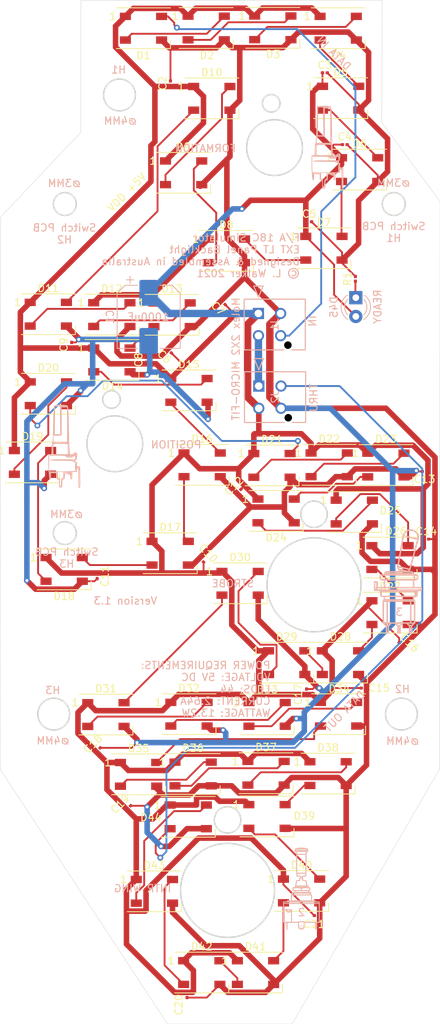
<source format=kicad_pcb>
(kicad_pcb (version 20171130) (host pcbnew "(5.1.6)-1")
  (layers (0 F.Cu signal hide) (31 B.Cu signal hide) (34 B.Paste user hide) (35 F.Paste user hide) (36 B.SilkS user) (37 F.SilkS user hide) (38 B.Mask user hide) (39 F.Mask user hide) (44 Edge.Cuts user))
  (net 0 "")
  (net 1 "Net-(D1-Pad2)")
  (net 2 "Net-(D2-Pad2)")
  (net 3 "Net-(D3-Pad2)")
  (net 4 "Net-(D4-Pad2)")
  (net 5 "Net-(D5-Pad2)")
  (net 6 "Net-(D10-Pad4)")
  (net 7 "Net-(D7-Pad2)")
  (net 8 "Net-(D10-Pad2)")
  (net 9 "Net-(D11-Pad2)")
  (net 10 "Net-(D12-Pad2)")
  (net 11 "Net-(D13-Pad2)")
  (net 12 "Net-(D14-Pad2)")
  (net 13 "Net-(D15-Pad2)")
  (net 14 "Net-(D16-Pad2)")
  (net 15 "Net-(D17-Pad2)")
  (net 16 "Net-(D18-Pad2)")
  (net 17 "Net-(D19-Pad2)")
  (net 18 "Net-(D20-Pad2)")
  (net 19 "Net-(D21-Pad2)")
  (net 20 "Net-(D22-Pad2)")
  (net 21 "Net-(D23-Pad2)")
  (net 22 "Net-(D24-Pad2)")
  (net 23 "Net-(D25-Pad2)")
  (net 24 "Net-(D26-Pad2)")
  (net 25 "Net-(D27-Pad2)")
  (net 26 "Net-(D28-Pad2)")
  (net 27 "Net-(D29-Pad2)")
  (net 28 "Net-(D30-Pad2)")
  (net 29 "Net-(D31-Pad2)")
  (net 30 "Net-(D32-Pad2)")
  (net 31 "Net-(D33-Pad2)")
  (net 32 "Net-(D34-Pad2)")
  (net 33 "Net-(D35-Pad2)")
  (net 34 "Net-(D36-Pad2)")
  (net 35 "Net-(D37-Pad2)")
  (net 36 "Net-(D38-Pad2)")
  (net 37 "Net-(D39-Pad2)")
  (net 38 "Net-(D40-Pad2)")
  (net 39 "Net-(D41-Pad2)")
  (net 40 "Net-(D42-Pad2)")
  (net 41 "Net-(D43-Pad2)")
  (net 42 "Net-(D6-Pad2)")
  (net 43 "Net-(D8-Pad2)")
  (net 44 /LEDGND)
  (net 45 /LED+5V)
  (net 46 /DATAIN)
  (net 47 /DATAOUT)
  (net 48 "Net-(D45-Pad1)")
  (net 49 /DATALOOP)
  (module Capacitor_SMD:C_0201_0603Metric (layer F.Cu) (at 134.7724 150.9268)
    (fp_text reference C21 (at -0.3556 1.1684) (layer F.SilkS))
    (fp_text value C)
    (pad 2 smd roundrect (at 0.32 0) (size 0.46 0.4) (layers F.Cu F.Mask) (net 44 /LEDGND))
    (pad 1 smd roundrect (at -0.32 0) (size 0.46 0.4) (layers F.Cu F.Mask) (net 45 /LED+5V))
  )
  (module Capacitor_SMD:C_0201_0603Metric (layer F.Cu) (at 117.2464 161.6812 270)
    (fp_text reference C20 (at 1.2852 1.1176 90) (layer F.SilkS))
    (fp_text value C)
    (pad 2 smd roundrect (at 0.32 0 270) (size 0.46 0.4) (layers F.Cu F.Mask) (net 44 /LEDGND))
    (pad 1 smd roundrect (at -0.32 0 270) (size 0.46 0.4) (layers F.Cu F.Mask) (net 45 /LED+5V))
  )
  (module Capacitor_SMD:C_0201_0603Metric (layer F.Cu) (at 109.400126 136.319474 45)
    (fp_text reference C19 (at -0.542105 -1.149473 45) (layer F.SilkS))
    (fp_text value C)
    (pad 2 smd roundrect (at 0.32 0 45) (size 0.46 0.4) (layers F.Cu F.Mask) (net 44 /LEDGND))
    (pad 1 smd roundrect (at -0.32 0 45) (size 0.46 0.4) (layers F.Cu F.Mask) (net 45 /LED+5V))
  )
  (module Capacitor_SMD:C_0201_0603Metric (layer F.Cu) (at 105.285326 128.496274 45)
    (fp_text reference C18 (at 0 -1.05 45) (layer F.SilkS))
    (fp_text value C)
    (pad 2 smd roundrect (at 0.32 0 45) (size 0.46 0.4) (layers F.Cu F.Mask) (net 44 /LEDGND))
    (pad 1 smd roundrect (at -0.32 0 45) (size 0.46 0.4) (layers F.Cu F.Mask) (net 45 /LED+5V))
  )
  (module Capacitor_SMD:C_0201_0603Metric (layer F.Cu) (at 133.4008 120.65 90)
    (fp_text reference C17 (at -0.4064 -1.1176 90) (layer F.SilkS))
    (fp_text value C)
    (pad 2 smd roundrect (at 0.32 0 90) (size 0.46 0.4) (layers F.Cu F.Mask) (net 44 /LEDGND))
    (pad 1 smd roundrect (at -0.32 0 90) (size 0.46 0.4) (layers F.Cu F.Mask) (net 45 /LED+5V))
  )
  (module Capacitor_SMD:C_0201_0603Metric (layer F.Cu) (at 146.1516 114.3 315)
    (fp_text reference C16 (at 0.682499 -0.969868 135) (layer F.SilkS))
    (fp_text value C)
    (pad 2 smd roundrect (at 0.32 0 315) (size 0.46 0.4) (layers F.Cu F.Mask) (net 44 /LEDGND))
    (pad 1 smd roundrect (at -0.32 0 315) (size 0.46 0.4) (layers F.Cu F.Mask) (net 45 /LED+5V))
  )
  (module Capacitor_SMD:C_0201_0603Metric (layer F.Cu) (at 141.1072 120.1928)
    (fp_text reference C15 (at 2.098 0) (layer F.SilkS))
    (fp_text value C)
    (pad 2 smd roundrect (at 0.32 0) (size 0.46 0.4) (layers F.Cu F.Mask) (net 44 /LEDGND))
    (pad 1 smd roundrect (at -0.32 0) (size 0.46 0.4) (layers F.Cu F.Mask) (net 45 /LED+5V))
  )
  (module Capacitor_SMD:C_0201_0603Metric (layer F.Cu) (at 149.5908 100.076)
    (fp_text reference C14 (at 0 -1.05) (layer F.SilkS))
    (fp_text value C)
    (pad 2 smd roundrect (at 0.32 0) (size 0.46 0.4) (layers F.Cu F.Mask) (net 44 /LEDGND))
    (pad 1 smd roundrect (at -0.32 0) (size 0.46 0.4) (layers F.Cu F.Mask) (net 45 /LED+5V))
  )
  (module Capacitor_SMD:C_0201_0603Metric (layer F.Cu) (at 119.255326 102.948526 135)
    (fp_text reference C10 (at 0.075132 1.257236 135) (layer F.SilkS))
    (fp_text value C)
    (pad 2 smd roundrect (at 0.32 0 135) (size 0.46 0.4) (layers F.Cu F.Mask) (net 44 /LEDGND))
    (pad 1 smd roundrect (at -0.32 0 135) (size 0.46 0.4) (layers F.Cu F.Mask) (net 45 /LED+5V))
  )
  (module Resistor_SMD:R_0201_0603Metric (layer F.Cu) (at 140.0048 64.9224 90)
    (fp_text reference R1 (at 0 -1.05 90) (layer F.SilkS))
    (fp_text value R)
    (pad 2 smd roundrect (at 0.32 0 90) (size 0.46 0.4) (layers F.Cu F.Mask) (net 44 /LEDGND))
    (pad 1 smd roundrect (at -0.32 0 90) (size 0.46 0.4) (layers F.Cu F.Mask) (net 48 "Net-(D45-Pad1)"))
  )
  (module LED_THT:LED_D3.0mm (layer B.Cu) (at 140.0556 67.4624 270)
    (fp_text reference D45 (at 1.27 2.96 270) (layer B.SilkS) (effects (justify mirror)))
    (fp_text value LED)
    (pad 2 thru_hole circle (at 2.54 0 270) (size 1.8 1.8) (drill 0.9) (layers *.Cu *.Mask) (net 45 /LED+5V))
    (pad 1 thru_hole rect (at 0 0 270) (size 1.8 1.8) (drill 0.9) (layers *.Cu *.Mask) (net 48 "Net-(D45-Pad1)"))
  )
  (module Capacitor_SMD:C_0201_0603Metric (layer F.Cu) (at 149.352 90.932 180)
    (fp_text reference C13 (at 0 -1.05) (layer F.SilkS))
    (fp_text value C)
    (pad 2 smd roundrect (at 0.32 0 180) (size 0.46 0.4) (layers F.Cu F.Mask) (net 44 /LEDGND))
    (pad 1 smd roundrect (at -0.32 0 180) (size 0.46 0.4) (layers F.Cu F.Mask) (net 45 /LED+5V))
  )
  (module Capacitor_SMD:C_0201_0603Metric (layer F.Cu) (at 124.3076 93.5736 225)
    (fp_text reference C12 (at 0.035921 0.969868 45) (layer F.SilkS))
    (fp_text value C)
    (pad 2 smd roundrect (at 0.32 0 225) (size 0.46 0.4) (layers F.Cu F.Mask) (net 44 /LEDGND))
    (pad 1 smd roundrect (at -0.32 0 225) (size 0.46 0.4) (layers F.Cu F.Mask) (net 45 /LED+5V))
  )
  (module Capacitor_SMD:C_0201_0603Metric (layer F.Cu) (at 105.1052 105.09 270)
    (fp_text reference C11 (at 0 -1.05 90) (layer F.SilkS))
    (fp_text value C)
    (pad 2 smd roundrect (at 0.32 0 270) (size 0.46 0.4) (layers F.Cu F.Mask) (net 44 /LEDGND))
    (pad 1 smd roundrect (at -0.32 0 270) (size 0.46 0.4) (layers F.Cu F.Mask) (net 45 /LED+5V))
  )
  (module Capacitor_SMD:C_0201_0603Metric (layer F.Cu) (at 101.6508 73.8276 90)
    (fp_text reference C9 (at 0 -1.05 90) (layer F.SilkS))
    (fp_text value C)
    (pad 2 smd roundrect (at 0.32 0 90) (size 0.46 0.4) (layers F.Cu F.Mask) (net 44 /LEDGND))
    (pad 1 smd roundrect (at -0.32 0 90) (size 0.46 0.4) (layers F.Cu F.Mask) (net 45 /LED+5V))
  )
  (module Capacitor_SMD:C_0201_0603Metric (layer F.Cu) (at 111.76 75.8596 90)
    (fp_text reference C8 (at 0 -1.05 90) (layer F.SilkS))
    (fp_text value C)
    (pad 2 smd roundrect (at 0.32 0 90) (size 0.46 0.4) (layers F.Cu F.Mask) (net 44 /LEDGND))
    (pad 1 smd roundrect (at -0.32 0 90) (size 0.46 0.4) (layers F.Cu F.Mask) (net 45 /LED+5V))
  )
  (module Capacitor_SMD:C_0201_0603Metric (layer F.Cu) (at 122.174 68.1736 135)
    (fp_text reference C7 (at 0 -1.05 135) (layer F.SilkS))
    (fp_text value C)
    (pad 2 smd roundrect (at 0.32 0 135) (size 0.46 0.4) (layers F.Cu F.Mask) (net 44 /LEDGND))
    (pad 1 smd roundrect (at -0.32 0 135) (size 0.46 0.4) (layers F.Cu F.Mask) (net 45 /LED+5V))
  )
  (module Capacitor_SMD:C_0201_0603Metric (layer F.Cu) (at 114.9096 74.703726 135)
    (fp_text reference C6 (at 0 -1.05 135) (layer F.SilkS))
    (fp_text value C)
    (pad 2 smd roundrect (at 0.32 0 135) (size 0.46 0.4) (layers F.Cu F.Mask) (net 44 /LEDGND))
    (pad 1 smd roundrect (at -0.32 0 135) (size 0.46 0.4) (layers F.Cu F.Mask) (net 45 /LED+5V))
  )
  (module Capacitor_SMD:C_0201_0603Metric (layer F.Cu) (at 133.7564 57.2008)
    (fp_text reference C5 (at 0 -1.05) (layer F.SilkS))
    (fp_text value C)
    (pad 2 smd roundrect (at 0.32 0) (size 0.46 0.4) (layers F.Cu F.Mask) (net 44 /LEDGND))
    (pad 1 smd roundrect (at -0.32 0) (size 0.46 0.4) (layers F.Cu F.Mask) (net 45 /LED+5V))
  )
  (module Capacitor_SMD:C_0201_0603Metric (layer F.Cu) (at 138.5672 46.7868)
    (fp_text reference C4 (at 0 -1.05) (layer F.SilkS))
    (fp_text value C)
    (pad 2 smd roundrect (at 0.32 0) (size 0.46 0.4) (layers F.Cu F.Mask) (net 44 /LEDGND))
    (pad 1 smd roundrect (at -0.32 0) (size 0.46 0.4) (layers F.Cu F.Mask) (net 45 /LED+5V))
  )
  (module Capacitor_SMD:C_0201_0603Metric (layer F.Cu) (at 135.8748 37.084)
    (fp_text reference C3 (at 0 -1.05) (layer F.SilkS))
    (fp_text value C)
    (pad 2 smd roundrect (at 0.32 0) (size 0.46 0.4) (layers F.Cu F.Mask) (net 44 /LEDGND))
    (pad 1 smd roundrect (at -0.32 0) (size 0.46 0.4) (layers F.Cu F.Mask) (net 45 /LED+5V))
  )
  (module Capacitor_SMD:C_0201_0603Metric (layer F.Cu) (at 115.0112 38.5064 90)
    (fp_text reference C2 (at 0 -1.05 90) (layer F.SilkS))
    (fp_text value C)
    (pad 2 smd roundrect (at 0.32 0 90) (size 0.46 0.4) (layers F.Cu F.Mask) (net 44 /LEDGND))
    (pad 1 smd roundrect (at -0.32 0 90) (size 0.46 0.4) (layers F.Cu F.Mask) (net 45 /LED+5V))
  )
  (module footprints:Molex_MicroFit_2X2 (layer B.Cu) (at 126.9492 79.4004 90)
    (fp_text reference J2 (at -1.495006 2.199999 90) (layer B.SilkS) (effects (justify mirror)))
    (fp_text value Conn_01x04_Female hide)
    (fp_text user * (at 0 0 90) (layer B.SilkS) (effects (justify mirror)))
    (pad 5 np_thru_hole circle (at -4.279999 3.98 90) (size 1.02 1.02) (drill 1.016) (layers))
    (pad 4 thru_hole circle (at -2.999999 2.999999 90) (size 1.52 1.52) (drill 1.016) (layers *.Cu *.Mask) (net 44 /LEDGND))
    (pad 3 thru_hole circle (at 0 2.999999) (size 1.52 1.52) (drill 1.016) (layers *.Cu *.Mask) (net 47 /DATAOUT))
    (pad 2 thru_hole circle (at -2.999999 0 90) (size 1.52 1.52) (drill 1.016) (layers *.Cu *.Mask) (net 45 /LED+5V))
    (pad 1 thru_hole rect (at 0 0) (size 1.52 1.52) (drill 1.016) (layers *.Cu *.Mask) (net 49 /DATALOOP))
  )
  (module footprints:Molex_MicroFit_2X2 (layer B.Cu) (at 126.8984 69.596 90)
    (fp_text reference J1 (at -1.495006 2.199999 90) (layer B.SilkS) (effects (justify mirror)))
    (fp_text value Conn_01x04_Female hide)
    (fp_text user * (at 0 0 90) (layer B.SilkS) (effects (justify mirror)))
    (pad 5 np_thru_hole circle (at -4.279999 3.98 90) (size 1.02 1.02) (drill 1.016) (layers))
    (pad 4 thru_hole circle (at -2.999999 2.999999 90) (size 1.52 1.52) (drill 1.016) (layers *.Cu *.Mask) (net 46 /DATAIN))
    (pad 3 thru_hole circle (at 0 2.999999) (size 1.52 1.52) (drill 1.016) (layers *.Cu *.Mask) (net 44 /LEDGND))
    (pad 2 thru_hole circle (at -2.999999 0 90) (size 1.52 1.52) (drill 1.016) (layers *.Cu *.Mask) (net 49 /DATALOOP))
    (pad 1 thru_hole rect (at 0 0) (size 1.52 1.52) (drill 1.016) (layers *.Cu *.Mask) (net 45 /LED+5V))
  )
  (module "Kicad Footprint Files:S2ALToggle" (layer B.Cu) (at 132.842 147.4216 180)
    (fp_text reference G*** hide)
    (fp_text value LOGO hide)
    (fp_text user 2 (at 0.125 -3.075) (layer B.SilkS) (effects (justify mirror)))
  )
  (module "Kicad Footprint Files:100SpxToggle" (layer F.Cu) (at 146.4056 107.1372)
    (fp_text reference G*** hide)
    (fp_text value LOGO hide)
  )
  (module "Kicad Footprint Files:BR10KPot" (layer B.Cu) (at 100.6348 87.5284 180)
    (fp_text reference G*** hide)
    (fp_text value LOGO hide)
  )
  (module "Kicad Footprint Files:BR10KPot" (layer B.Cu) (at 136.1948 47.1424 180)
    (fp_text reference G*** hide)
    (fp_text value LOGO hide)
  )
  (module LED_SMD:LED_WS2812B_PLCC4_5.0x5.0mm_P3.2mm (layer F.Cu) (at 107.098 75.8696)
    (fp_text reference D14 (at 0.09 3.5308) (layer F.SilkS))
    (fp_text value WS2812B)
    (fp_text user 1 (at -4.15 -1.6) (layer F.SilkS))
    (pad 1 smd rect (at -2.45 -1.6) (size 1.5 1) (layers F.Cu F.Paste F.Mask) (net 45 /LED+5V))
    (pad 2 smd rect (at -2.45 1.6) (size 1.5 1) (layers F.Cu F.Paste F.Mask) (net 12 "Net-(D14-Pad2)"))
    (pad 4 smd rect (at 2.45 -1.6) (size 1.5 1) (layers F.Cu F.Paste F.Mask) (net 11 "Net-(D13-Pad2)"))
    (pad 3 smd rect (at 2.45 1.6) (size 1.5 1) (layers F.Cu F.Paste F.Mask) (net 44 /LEDGND))
  )
  (module LED_SMD:LED_WS2812B_PLCC4_5.0x5.0mm_P3.2mm (layer F.Cu) (at 132.7288 147.5992)
    (fp_text reference D40 (at 0 -3.5) (layer F.SilkS))
    (fp_text value WS2812B)
    (fp_text user 1 (at -4.15 -1.6) (layer F.SilkS))
    (pad 1 smd rect (at -2.45 -1.6) (size 1.5 1) (layers F.Cu F.Paste F.Mask) (net 45 /LED+5V))
    (pad 2 smd rect (at -2.45 1.6) (size 1.5 1) (layers F.Cu F.Paste F.Mask) (net 38 "Net-(D40-Pad2)"))
    (pad 4 smd rect (at 2.45 -1.6) (size 1.5 1) (layers F.Cu F.Paste F.Mask) (net 37 "Net-(D39-Pad2)"))
    (pad 3 smd rect (at 2.45 1.6) (size 1.5 1) (layers F.Cu F.Paste F.Mask) (net 44 /LEDGND))
  )
  (module LED_SMD:LED_WS2812B_PLCC4_5.0x5.0mm_P3.2mm (layer F.Cu) (at 117.4104 137.5916)
    (fp_text reference D44 (at -5.0408 0.0764) (layer F.SilkS))
    (fp_text value WS2812B)
    (fp_text user 1 (at -4.15 -1.6) (layer F.SilkS))
    (pad 1 smd rect (at -2.45 -1.6) (size 1.5 1) (layers F.Cu F.Paste F.Mask) (net 45 /LED+5V))
    (pad 2 smd rect (at -2.45 1.6) (size 1.5 1) (layers F.Cu F.Paste F.Mask) (net 47 /DATAOUT))
    (pad 4 smd rect (at 2.45 -1.6) (size 1.5 1) (layers F.Cu F.Paste F.Mask) (net 41 "Net-(D43-Pad2)"))
    (pad 3 smd rect (at 2.45 1.6) (size 1.5 1) (layers F.Cu F.Paste F.Mask) (net 44 /LEDGND))
  )
  (module LED_SMD:LED_WS2812B_PLCC4_5.0x5.0mm_P3.2mm (layer F.Cu) (at 112.8384 147.65)
    (fp_text reference D43 (at 0 -3.5) (layer F.SilkS))
    (fp_text value WS2812B)
    (fp_text user 1 (at -4.15 -1.6) (layer F.SilkS))
    (pad 1 smd rect (at -2.45 -1.6) (size 1.5 1) (layers F.Cu F.Paste F.Mask) (net 45 /LED+5V))
    (pad 2 smd rect (at -2.45 1.6) (size 1.5 1) (layers F.Cu F.Paste F.Mask) (net 41 "Net-(D43-Pad2)"))
    (pad 4 smd rect (at 2.45 -1.6) (size 1.5 1) (layers F.Cu F.Paste F.Mask) (net 40 "Net-(D42-Pad2)"))
    (pad 3 smd rect (at 2.45 1.6) (size 1.5 1) (layers F.Cu F.Paste F.Mask) (net 44 /LEDGND))
  )
  (module LED_SMD:LED_WS2812B_PLCC4_5.0x5.0mm_P3.2mm (layer F.Cu) (at 119.2392 158.6228)
    (fp_text reference D42 (at 0 -3.5) (layer F.SilkS))
    (fp_text value WS2812B)
    (fp_text user 1 (at -4.15 -1.6) (layer F.SilkS))
    (pad 1 smd rect (at -2.45 -1.6) (size 1.5 1) (layers F.Cu F.Paste F.Mask) (net 45 /LED+5V))
    (pad 2 smd rect (at -2.45 1.6) (size 1.5 1) (layers F.Cu F.Paste F.Mask) (net 40 "Net-(D42-Pad2)"))
    (pad 4 smd rect (at 2.45 -1.6) (size 1.5 1) (layers F.Cu F.Paste F.Mask) (net 39 "Net-(D41-Pad2)"))
    (pad 3 smd rect (at 2.45 1.6) (size 1.5 1) (layers F.Cu F.Paste F.Mask) (net 44 /LEDGND))
  )
  (module LED_SMD:LED_WS2812B_PLCC4_5.0x5.0mm_P3.2mm (layer F.Cu) (at 126.5036 158.6228)
    (fp_text reference D41 (at 0 -3.5) (layer F.SilkS))
    (fp_text value WS2812B)
    (fp_text user 1 (at -4.15 -1.6) (layer F.SilkS))
    (pad 1 smd rect (at -2.45 -1.6) (size 1.5 1) (layers F.Cu F.Paste F.Mask) (net 45 /LED+5V))
    (pad 2 smd rect (at -2.45 1.6) (size 1.5 1) (layers F.Cu F.Paste F.Mask) (net 39 "Net-(D41-Pad2)"))
    (pad 4 smd rect (at 2.45 -1.6) (size 1.5 1) (layers F.Cu F.Paste F.Mask) (net 38 "Net-(D40-Pad2)"))
    (pad 3 smd rect (at 2.45 1.6) (size 1.5 1) (layers F.Cu F.Paste F.Mask) (net 44 /LEDGND))
  )
  (module LED_SMD:LED_WS2812B_PLCC4_5.0x5.0mm_P3.2mm (layer F.Cu) (at 128.0552 137.5408)
    (fp_text reference D39 (at 5.0408 -0.076) (layer F.SilkS))
    (fp_text value WS2812B)
    (fp_text user 1 (at -4.15 -1.6) (layer F.SilkS))
    (pad 1 smd rect (at -2.45 -1.6) (size 1.5 1) (layers F.Cu F.Paste F.Mask) (net 45 /LED+5V))
    (pad 2 smd rect (at -2.45 1.6) (size 1.5 1) (layers F.Cu F.Paste F.Mask) (net 37 "Net-(D39-Pad2)"))
    (pad 4 smd rect (at 2.45 -1.6) (size 1.5 1) (layers F.Cu F.Paste F.Mask) (net 36 "Net-(D38-Pad2)"))
    (pad 3 smd rect (at 2.45 1.6) (size 1.5 1) (layers F.Cu F.Paste F.Mask) (net 44 /LEDGND))
  )
  (module LED_SMD:LED_WS2812B_PLCC4_5.0x5.0mm_P3.2mm (layer F.Cu) (at 136.308 131.7496)
    (fp_text reference D38 (at 0 -3.5) (layer F.SilkS))
    (fp_text value WS2812B)
    (fp_text user 1 (at -4.15 -1.6) (layer F.SilkS))
    (pad 1 smd rect (at -2.45 -1.6) (size 1.5 1) (layers F.Cu F.Paste F.Mask) (net 45 /LED+5V))
    (pad 2 smd rect (at -2.45 1.6) (size 1.5 1) (layers F.Cu F.Paste F.Mask) (net 36 "Net-(D38-Pad2)"))
    (pad 4 smd rect (at 2.45 -1.6) (size 1.5 1) (layers F.Cu F.Paste F.Mask) (net 35 "Net-(D37-Pad2)"))
    (pad 3 smd rect (at 2.45 1.6) (size 1.5 1) (layers F.Cu F.Paste F.Mask) (net 44 /LEDGND))
  )
  (module LED_SMD:LED_WS2812B_PLCC4_5.0x5.0mm_P3.2mm (layer F.Cu) (at 127.926 131.6988)
    (fp_text reference D37 (at 0 -3.5) (layer F.SilkS))
    (fp_text value WS2812B)
    (fp_text user 1 (at -4.15 -1.6) (layer F.SilkS))
    (pad 1 smd rect (at -2.45 -1.6) (size 1.5 1) (layers F.Cu F.Paste F.Mask) (net 45 /LED+5V))
    (pad 2 smd rect (at -2.45 1.6) (size 1.5 1) (layers F.Cu F.Paste F.Mask) (net 35 "Net-(D37-Pad2)"))
    (pad 4 smd rect (at 2.45 -1.6) (size 1.5 1) (layers F.Cu F.Paste F.Mask) (net 34 "Net-(D36-Pad2)"))
    (pad 3 smd rect (at 2.45 1.6) (size 1.5 1) (layers F.Cu F.Paste F.Mask) (net 44 /LEDGND))
  )
  (module LED_SMD:LED_WS2812B_PLCC4_5.0x5.0mm_P3.2mm (layer F.Cu) (at 118.0708 131.8004)
    (fp_text reference D36 (at 0 -3.5) (layer F.SilkS))
    (fp_text value WS2812B)
    (fp_text user 1 (at -4.15 -1.6) (layer F.SilkS))
    (pad 1 smd rect (at -2.45 -1.6) (size 1.5 1) (layers F.Cu F.Paste F.Mask) (net 45 /LED+5V))
    (pad 2 smd rect (at -2.45 1.6) (size 1.5 1) (layers F.Cu F.Paste F.Mask) (net 34 "Net-(D36-Pad2)"))
    (pad 4 smd rect (at 2.45 -1.6) (size 1.5 1) (layers F.Cu F.Paste F.Mask) (net 33 "Net-(D35-Pad2)"))
    (pad 3 smd rect (at 2.45 1.6) (size 1.5 1) (layers F.Cu F.Paste F.Mask) (net 44 /LEDGND))
  )
  (module LED_SMD:LED_WS2812B_PLCC4_5.0x5.0mm_P3.2mm (layer F.Cu) (at 110.7048 131.8512)
    (fp_text reference D35 (at 0 -3.5) (layer F.SilkS))
    (fp_text value WS2812B)
    (fp_text user 1 (at -4.15 -1.6) (layer F.SilkS))
    (pad 1 smd rect (at -2.45 -1.6) (size 1.5 1) (layers F.Cu F.Paste F.Mask) (net 45 /LED+5V))
    (pad 2 smd rect (at -2.45 1.6) (size 1.5 1) (layers F.Cu F.Paste F.Mask) (net 33 "Net-(D35-Pad2)"))
    (pad 4 smd rect (at 2.45 -1.6) (size 1.5 1) (layers F.Cu F.Paste F.Mask) (net 32 "Net-(D34-Pad2)"))
    (pad 3 smd rect (at 2.45 1.6) (size 1.5 1) (layers F.Cu F.Paste F.Mask) (net 44 /LEDGND))
  )
  (module LED_SMD:LED_WS2812B_PLCC4_5.0x5.0mm_P3.2mm (layer F.Cu) (at 137.7304 123.7232)
    (fp_text reference D34 (at 0.09 -3.4288) (layer F.SilkS))
    (fp_text value WS2812B)
    (fp_text user 1 (at -4.15 -1.6) (layer F.SilkS))
    (pad 1 smd rect (at -2.45 -1.6) (size 1.5 1) (layers F.Cu F.Paste F.Mask) (net 45 /LED+5V))
    (pad 2 smd rect (at -2.45 1.6) (size 1.5 1) (layers F.Cu F.Paste F.Mask) (net 32 "Net-(D34-Pad2)"))
    (pad 4 smd rect (at 2.45 -1.6) (size 1.5 1) (layers F.Cu F.Paste F.Mask) (net 31 "Net-(D33-Pad2)"))
    (pad 3 smd rect (at 2.45 1.6) (size 1.5 1) (layers F.Cu F.Paste F.Mask) (net 44 /LEDGND))
  )
  (module LED_SMD:LED_WS2812B_PLCC4_5.0x5.0mm_P3.2mm (layer F.Cu) (at 128.0668 123.7488)
    (fp_text reference D33 (at 0.0508 -3.3528) (layer F.SilkS))
    (fp_text value WS2812B)
    (fp_text user 1 (at -4.15 -1.6) (layer F.SilkS))
    (pad 1 smd rect (at -2.45 -1.6) (size 1.5 1) (layers F.Cu F.Paste F.Mask) (net 45 /LED+5V))
    (pad 2 smd rect (at -2.45 1.6) (size 1.5 1) (layers F.Cu F.Paste F.Mask) (net 31 "Net-(D33-Pad2)"))
    (pad 4 smd rect (at 2.45 -1.6) (size 1.5 1) (layers F.Cu F.Paste F.Mask) (net 30 "Net-(D32-Pad2)"))
    (pad 3 smd rect (at 2.45 1.6) (size 1.5 1) (layers F.Cu F.Paste F.Mask) (net 44 /LEDGND))
  )
  (module LED_SMD:LED_WS2812B_PLCC4_5.0x5.0mm_P3.2mm (layer F.Cu) (at 117.512 123.7232)
    (fp_text reference D32 (at 0 -3.5) (layer F.SilkS))
    (fp_text value WS2812B)
    (fp_text user 1 (at -4.15 -1.6) (layer F.SilkS))
    (pad 1 smd rect (at -2.45 -1.6) (size 1.5 1) (layers F.Cu F.Paste F.Mask) (net 45 /LED+5V))
    (pad 2 smd rect (at -2.45 1.6) (size 1.5 1) (layers F.Cu F.Paste F.Mask) (net 30 "Net-(D32-Pad2)"))
    (pad 4 smd rect (at 2.45 -1.6) (size 1.5 1) (layers F.Cu F.Paste F.Mask) (net 29 "Net-(D31-Pad2)"))
    (pad 3 smd rect (at 2.45 1.6) (size 1.5 1) (layers F.Cu F.Paste F.Mask) (net 44 /LEDGND))
  )
  (module LED_SMD:LED_WS2812B_PLCC4_5.0x5.0mm_P3.2mm (layer F.Cu) (at 106.2852 123.774)
    (fp_text reference D31 (at 0 -3.5) (layer F.SilkS))
    (fp_text value WS2812B)
    (fp_text user 1 (at -4.15 -1.6) (layer F.SilkS))
    (pad 1 smd rect (at -2.45 -1.6) (size 1.5 1) (layers F.Cu F.Paste F.Mask) (net 45 /LED+5V))
    (pad 2 smd rect (at -2.45 1.6) (size 1.5 1) (layers F.Cu F.Paste F.Mask) (net 29 "Net-(D31-Pad2)"))
    (pad 4 smd rect (at 2.45 -1.6) (size 1.5 1) (layers F.Cu F.Paste F.Mask) (net 28 "Net-(D30-Pad2)"))
    (pad 3 smd rect (at 2.45 1.6) (size 1.5 1) (layers F.Cu F.Paste F.Mask) (net 44 /LEDGND))
  )
  (module LED_SMD:LED_WS2812B_PLCC4_5.0x5.0mm_P3.2mm (layer F.Cu) (at 124.4208 106.0448)
    (fp_text reference D30 (at 0 -3.5) (layer F.SilkS))
    (fp_text value WS2812B)
    (fp_text user 1 (at -4.15 -1.6) (layer F.SilkS))
    (pad 1 smd rect (at -2.45 -1.6) (size 1.5 1) (layers F.Cu F.Paste F.Mask) (net 45 /LED+5V))
    (pad 2 smd rect (at -2.45 1.6) (size 1.5 1) (layers F.Cu F.Paste F.Mask) (net 28 "Net-(D30-Pad2)"))
    (pad 4 smd rect (at 2.45 -1.6) (size 1.5 1) (layers F.Cu F.Paste F.Mask) (net 27 "Net-(D29-Pad2)"))
    (pad 3 smd rect (at 2.45 1.6) (size 1.5 1) (layers F.Cu F.Paste F.Mask) (net 44 /LEDGND))
  )
  (module LED_SMD:LED_WS2812B_PLCC4_5.0x5.0mm_P3.2mm (layer F.Cu) (at 130.72 116.7636)
    (fp_text reference D29 (at 0 -3.5) (layer F.SilkS))
    (fp_text value WS2812B)
    (fp_text user 1 (at -4.15 -1.6) (layer F.SilkS))
    (pad 1 smd rect (at -2.45 -1.6) (size 1.5 1) (layers F.Cu F.Paste F.Mask) (net 45 /LED+5V))
    (pad 2 smd rect (at -2.45 1.6) (size 1.5 1) (layers F.Cu F.Paste F.Mask) (net 27 "Net-(D29-Pad2)"))
    (pad 4 smd rect (at 2.45 -1.6) (size 1.5 1) (layers F.Cu F.Paste F.Mask) (net 26 "Net-(D28-Pad2)"))
    (pad 3 smd rect (at 2.45 1.6) (size 1.5 1) (layers F.Cu F.Paste F.Mask) (net 44 /LEDGND))
  )
  (module LED_SMD:LED_WS2812B_PLCC4_5.0x5.0mm_P3.2mm (layer F.Cu) (at 137.9844 116.7636)
    (fp_text reference D28 (at 0 -3.5) (layer F.SilkS))
    (fp_text value WS2812B)
    (fp_text user 1 (at -4.15 -1.6) (layer F.SilkS))
    (pad 1 smd rect (at -2.45 -1.6) (size 1.5 1) (layers F.Cu F.Paste F.Mask) (net 45 /LED+5V))
    (pad 2 smd rect (at -2.45 1.6) (size 1.5 1) (layers F.Cu F.Paste F.Mask) (net 26 "Net-(D28-Pad2)"))
    (pad 4 smd rect (at 2.45 -1.6) (size 1.5 1) (layers F.Cu F.Paste F.Mask) (net 25 "Net-(D27-Pad2)"))
    (pad 3 smd rect (at 2.45 1.6) (size 1.5 1) (layers F.Cu F.Paste F.Mask) (net 44 /LEDGND))
  )
  (module LED_SMD:LED_WS2812B_PLCC4_5.0x5.0mm_P3.2mm (layer F.Cu) (at 144.69 110.0072)
    (fp_text reference D27 (at 0 -3.5) (layer F.SilkS))
    (fp_text value WS2812B)
    (fp_text user 1 (at -4.15 -1.6) (layer F.SilkS))
    (pad 1 smd rect (at -2.45 -1.6) (size 1.5 1) (layers F.Cu F.Paste F.Mask) (net 45 /LED+5V))
    (pad 2 smd rect (at -2.45 1.6) (size 1.5 1) (layers F.Cu F.Paste F.Mask) (net 25 "Net-(D27-Pad2)"))
    (pad 4 smd rect (at 2.45 -1.6) (size 1.5 1) (layers F.Cu F.Paste F.Mask) (net 24 "Net-(D26-Pad2)"))
    (pad 3 smd rect (at 2.45 1.6) (size 1.5 1) (layers F.Cu F.Paste F.Mask) (net 44 /LEDGND))
  )
  (module LED_SMD:LED_WS2812B_PLCC4_5.0x5.0mm_P3.2mm (layer F.Cu) (at 144.6784 102.5652)
    (fp_text reference D26 (at 0.8128 -3.556) (layer F.SilkS))
    (fp_text value WS2812B)
    (fp_text user 1 (at -4.15 -1.6) (layer F.SilkS))
    (pad 1 smd rect (at -2.45 -1.6) (size 1.5 1) (layers F.Cu F.Paste F.Mask) (net 45 /LED+5V))
    (pad 2 smd rect (at -2.45 1.6) (size 1.5 1) (layers F.Cu F.Paste F.Mask) (net 24 "Net-(D26-Pad2)"))
    (pad 4 smd rect (at 2.45 -1.6) (size 1.5 1) (layers F.Cu F.Paste F.Mask) (net 23 "Net-(D25-Pad2)"))
    (pad 3 smd rect (at 2.45 1.6) (size 1.5 1) (layers F.Cu F.Paste F.Mask) (net 44 /LEDGND))
  )
  (module LED_SMD:LED_WS2812B_PLCC4_5.0x5.0mm_P3.2mm (layer F.Cu) (at 139.8524 96.4184)
    (fp_text reference D25 (at 4.8768 -0.2032) (layer F.SilkS))
    (fp_text value WS2812B)
    (fp_text user 1 (at -4.15 -1.6) (layer F.SilkS))
    (pad 1 smd rect (at -2.45 -1.6) (size 1.5 1) (layers F.Cu F.Paste F.Mask) (net 45 /LED+5V))
    (pad 2 smd rect (at -2.45 1.6) (size 1.5 1) (layers F.Cu F.Paste F.Mask) (net 23 "Net-(D25-Pad2)"))
    (pad 4 smd rect (at 2.45 -1.6) (size 1.5 1) (layers F.Cu F.Paste F.Mask) (net 22 "Net-(D24-Pad2)"))
    (pad 3 smd rect (at 2.45 1.6) (size 1.5 1) (layers F.Cu F.Paste F.Mask) (net 44 /LEDGND))
  )
  (module LED_SMD:LED_WS2812B_PLCC4_5.0x5.0mm_P3.2mm (layer F.Cu) (at 129.286 96.266)
    (fp_text reference D24 (at 0 3.6068) (layer F.SilkS))
    (fp_text value WS2812B)
    (fp_text user 1 (at -4.15 -1.6) (layer F.SilkS))
    (pad 1 smd rect (at -2.45 -1.6) (size 1.5 1) (layers F.Cu F.Paste F.Mask) (net 45 /LED+5V))
    (pad 2 smd rect (at -2.45 1.6) (size 1.5 1) (layers F.Cu F.Paste F.Mask) (net 22 "Net-(D24-Pad2)"))
    (pad 4 smd rect (at 2.45 -1.6) (size 1.5 1) (layers F.Cu F.Paste F.Mask) (net 21 "Net-(D23-Pad2)"))
    (pad 3 smd rect (at 2.45 1.6) (size 1.5 1) (layers F.Cu F.Paste F.Mask) (net 44 /LEDGND))
  )
  (module LED_SMD:LED_WS2812B_PLCC4_5.0x5.0mm_P3.2mm (layer F.Cu) (at 144.1196 90.0684)
    (fp_text reference D23 (at 0 -3.5) (layer F.SilkS))
    (fp_text value WS2812B)
    (fp_text user 1 (at -4.15 -1.6) (layer F.SilkS))
    (pad 1 smd rect (at -2.45 -1.6) (size 1.5 1) (layers F.Cu F.Paste F.Mask) (net 45 /LED+5V))
    (pad 2 smd rect (at -2.45 1.6) (size 1.5 1) (layers F.Cu F.Paste F.Mask) (net 21 "Net-(D23-Pad2)"))
    (pad 4 smd rect (at 2.45 -1.6) (size 1.5 1) (layers F.Cu F.Paste F.Mask) (net 20 "Net-(D22-Pad2)"))
    (pad 3 smd rect (at 2.45 1.6) (size 1.5 1) (layers F.Cu F.Paste F.Mask) (net 44 /LEDGND))
  )
  (module LED_SMD:LED_WS2812B_PLCC4_5.0x5.0mm_P3.2mm (layer F.Cu) (at 136.4604 90.0428)
    (fp_text reference D22 (at 0 -3.5) (layer F.SilkS))
    (fp_text value WS2812B)
    (fp_text user 1 (at -4.15 -1.6) (layer F.SilkS))
    (pad 1 smd rect (at -2.45 -1.6) (size 1.5 1) (layers F.Cu F.Paste F.Mask) (net 45 /LED+5V))
    (pad 2 smd rect (at -2.45 1.6) (size 1.5 1) (layers F.Cu F.Paste F.Mask) (net 20 "Net-(D22-Pad2)"))
    (pad 4 smd rect (at 2.45 -1.6) (size 1.5 1) (layers F.Cu F.Paste F.Mask) (net 19 "Net-(D21-Pad2)"))
    (pad 3 smd rect (at 2.45 1.6) (size 1.5 1) (layers F.Cu F.Paste F.Mask) (net 44 /LEDGND))
  )
  (module LED_SMD:LED_WS2812B_PLCC4_5.0x5.0mm_P3.2mm (layer F.Cu) (at 128.7272 90.1192)
    (fp_text reference D21 (at 0 -3.5) (layer F.SilkS))
    (fp_text value WS2812B)
    (fp_text user 1 (at -4.15 -1.6) (layer F.SilkS))
    (pad 1 smd rect (at -2.45 -1.6) (size 1.5 1) (layers F.Cu F.Paste F.Mask) (net 45 /LED+5V))
    (pad 2 smd rect (at -2.45 1.6) (size 1.5 1) (layers F.Cu F.Paste F.Mask) (net 19 "Net-(D21-Pad2)"))
    (pad 4 smd rect (at 2.45 -1.6) (size 1.5 1) (layers F.Cu F.Paste F.Mask) (net 18 "Net-(D20-Pad2)"))
    (pad 3 smd rect (at 2.45 1.6) (size 1.5 1) (layers F.Cu F.Paste F.Mask) (net 44 /LEDGND))
  )
  (module LED_SMD:LED_WS2812B_PLCC4_5.0x5.0mm_P3.2mm (layer F.Cu) (at 98.5128 80.4416)
    (fp_text reference D20 (at 0 -3.5) (layer F.SilkS))
    (fp_text value WS2812B)
    (fp_text user 1 (at -4.15 -1.6) (layer F.SilkS))
    (pad 1 smd rect (at -2.45 -1.6) (size 1.5 1) (layers F.Cu F.Paste F.Mask) (net 45 /LED+5V))
    (pad 2 smd rect (at -2.45 1.6) (size 1.5 1) (layers F.Cu F.Paste F.Mask) (net 18 "Net-(D20-Pad2)"))
    (pad 4 smd rect (at 2.45 -1.6) (size 1.5 1) (layers F.Cu F.Paste F.Mask) (net 17 "Net-(D19-Pad2)"))
    (pad 3 smd rect (at 2.45 1.6) (size 1.5 1) (layers F.Cu F.Paste F.Mask) (net 44 /LEDGND))
  )
  (module LED_SMD:LED_WS2812B_PLCC4_5.0x5.0mm_P3.2mm (layer F.Cu) (at 96.3676 89.7128)
    (fp_text reference D19 (at 0 -3.5) (layer F.SilkS))
    (fp_text value WS2812B)
    (fp_text user 1 (at -4.15 -1.6) (layer F.SilkS))
    (pad 1 smd rect (at -2.45 -1.6) (size 1.5 1) (layers F.Cu F.Paste F.Mask) (net 45 /LED+5V))
    (pad 2 smd rect (at -2.45 1.6) (size 1.5 1) (layers F.Cu F.Paste F.Mask) (net 17 "Net-(D19-Pad2)"))
    (pad 4 smd rect (at 2.45 -1.6) (size 1.5 1) (layers F.Cu F.Paste F.Mask) (net 16 "Net-(D18-Pad2)"))
    (pad 3 smd rect (at 2.45 1.6) (size 1.5 1) (layers F.Cu F.Paste F.Mask) (net 44 /LEDGND))
  )
  (module LED_SMD:LED_WS2812B_PLCC4_5.0x5.0mm_P3.2mm (layer F.Cu) (at 100.6464 104.1652)
    (fp_text reference D18 (at 0 3.6324) (layer F.SilkS))
    (fp_text value WS2812B)
    (fp_text user 1 (at -4.15 -1.6) (layer F.SilkS))
    (pad 1 smd rect (at -2.45 -1.6) (size 1.5 1) (layers F.Cu F.Paste F.Mask) (net 45 /LED+5V))
    (pad 2 smd rect (at -2.45 1.6) (size 1.5 1) (layers F.Cu F.Paste F.Mask) (net 16 "Net-(D18-Pad2)"))
    (pad 4 smd rect (at 2.45 -1.6) (size 1.5 1) (layers F.Cu F.Paste F.Mask) (net 15 "Net-(D17-Pad2)"))
    (pad 3 smd rect (at 2.45 1.6) (size 1.5 1) (layers F.Cu F.Paste F.Mask) (net 44 /LEDGND))
  )
  (module LED_SMD:LED_WS2812B_PLCC4_5.0x5.0mm_P3.2mm (layer F.Cu) (at 114.972 101.9808)
    (fp_text reference D17 (at 0 -3.5) (layer F.SilkS))
    (fp_text value WS2812B)
    (fp_text user 1 (at -4.15 -1.6) (layer F.SilkS))
    (pad 1 smd rect (at -2.45 -1.6) (size 1.5 1) (layers F.Cu F.Paste F.Mask) (net 45 /LED+5V))
    (pad 2 smd rect (at -2.45 1.6) (size 1.5 1) (layers F.Cu F.Paste F.Mask) (net 15 "Net-(D17-Pad2)"))
    (pad 4 smd rect (at 2.45 -1.6) (size 1.5 1) (layers F.Cu F.Paste F.Mask) (net 14 "Net-(D16-Pad2)"))
    (pad 3 smd rect (at 2.45 1.6) (size 1.5 1) (layers F.Cu F.Paste F.Mask) (net 44 /LEDGND))
  )
  (module LED_SMD:LED_WS2812B_PLCC4_5.0x5.0mm_P3.2mm (layer F.Cu) (at 119.29 90.0428)
    (fp_text reference D16 (at 0 -3.5) (layer F.SilkS))
    (fp_text value WS2812B)
    (fp_text user 1 (at -4.15 -1.6) (layer F.SilkS))
    (pad 1 smd rect (at -2.45 -1.6) (size 1.5 1) (layers F.Cu F.Paste F.Mask) (net 45 /LED+5V))
    (pad 2 smd rect (at -2.45 1.6) (size 1.5 1) (layers F.Cu F.Paste F.Mask) (net 14 "Net-(D16-Pad2)"))
    (pad 4 smd rect (at 2.45 -1.6) (size 1.5 1) (layers F.Cu F.Paste F.Mask) (net 13 "Net-(D15-Pad2)"))
    (pad 3 smd rect (at 2.45 1.6) (size 1.5 1) (layers F.Cu F.Paste F.Mask) (net 44 /LEDGND))
  )
  (module LED_SMD:LED_WS2812B_PLCC4_5.0x5.0mm_P3.2mm (layer F.Cu) (at 117.512 79.9844)
    (fp_text reference D15 (at 0 -3.5) (layer F.SilkS))
    (fp_text value WS2812B)
    (fp_text user 1 (at -4.15 -1.6) (layer F.SilkS))
    (pad 1 smd rect (at -2.45 -1.6) (size 1.5 1) (layers F.Cu F.Paste F.Mask) (net 45 /LED+5V))
    (pad 2 smd rect (at -2.45 1.6) (size 1.5 1) (layers F.Cu F.Paste F.Mask) (net 13 "Net-(D15-Pad2)"))
    (pad 4 smd rect (at 2.45 -1.6) (size 1.5 1) (layers F.Cu F.Paste F.Mask) (net 12 "Net-(D14-Pad2)"))
    (pad 3 smd rect (at 2.45 1.6) (size 1.5 1) (layers F.Cu F.Paste F.Mask) (net 44 /LEDGND))
  )
  (module LED_SMD:LED_WS2812B_PLCC4_5.0x5.0mm_P3.2mm (layer F.Cu) (at 115.226 69.7736)
    (fp_text reference D13 (at 0 -3.5) (layer F.SilkS))
    (fp_text value WS2812B)
    (fp_text user 1 (at -4.15 -1.6) (layer F.SilkS))
    (pad 1 smd rect (at -2.45 -1.6) (size 1.5 1) (layers F.Cu F.Paste F.Mask) (net 45 /LED+5V))
    (pad 2 smd rect (at -2.45 1.6) (size 1.5 1) (layers F.Cu F.Paste F.Mask) (net 11 "Net-(D13-Pad2)"))
    (pad 4 smd rect (at 2.45 -1.6) (size 1.5 1) (layers F.Cu F.Paste F.Mask) (net 10 "Net-(D12-Pad2)"))
    (pad 3 smd rect (at 2.45 1.6) (size 1.5 1) (layers F.Cu F.Paste F.Mask) (net 44 /LEDGND))
  )
  (module LED_SMD:LED_WS2812B_PLCC4_5.0x5.0mm_P3.2mm (layer F.Cu) (at 107.0864 69.7484)
    (fp_text reference D12 (at 0 -3.5) (layer F.SilkS))
    (fp_text value WS2812B)
    (fp_text user 1 (at -4.15 -1.6) (layer F.SilkS))
    (pad 1 smd rect (at -2.45 -1.6) (size 1.5 1) (layers F.Cu F.Paste F.Mask) (net 45 /LED+5V))
    (pad 2 smd rect (at -2.45 1.6) (size 1.5 1) (layers F.Cu F.Paste F.Mask) (net 10 "Net-(D12-Pad2)"))
    (pad 4 smd rect (at 2.45 -1.6) (size 1.5 1) (layers F.Cu F.Paste F.Mask) (net 9 "Net-(D11-Pad2)"))
    (pad 3 smd rect (at 2.45 1.6) (size 1.5 1) (layers F.Cu F.Paste F.Mask) (net 44 /LEDGND))
  )
  (module LED_SMD:LED_WS2812B_PLCC4_5.0x5.0mm_P3.2mm (layer F.Cu) (at 98.5012 69.6976)
    (fp_text reference D11 (at 0 -3.5) (layer F.SilkS))
    (fp_text value WS2812B)
    (fp_text user 1 (at -4.15 -1.6) (layer F.SilkS))
    (pad 1 smd rect (at -2.45 -1.6) (size 1.5 1) (layers F.Cu F.Paste F.Mask) (net 45 /LED+5V))
    (pad 2 smd rect (at -2.45 1.6) (size 1.5 1) (layers F.Cu F.Paste F.Mask) (net 9 "Net-(D11-Pad2)"))
    (pad 4 smd rect (at 2.45 -1.6) (size 1.5 1) (layers F.Cu F.Paste F.Mask) (net 8 "Net-(D10-Pad2)"))
    (pad 3 smd rect (at 2.45 1.6) (size 1.5 1) (layers F.Cu F.Paste F.Mask) (net 44 /LEDGND))
  )
  (module LED_SMD:LED_WS2812B_PLCC4_5.0x5.0mm_P3.2mm (layer F.Cu) (at 120.5992 40.5384)
    (fp_text reference D10 (at 0 -3.5) (layer F.SilkS))
    (fp_text value WS2812B)
    (fp_text user 1 (at -4.15 -1.6) (layer F.SilkS))
    (pad 1 smd rect (at -2.45 -1.6) (size 1.5 1) (layers F.Cu F.Paste F.Mask) (net 45 /LED+5V))
    (pad 2 smd rect (at -2.45 1.6) (size 1.5 1) (layers F.Cu F.Paste F.Mask) (net 8 "Net-(D10-Pad2)"))
    (pad 4 smd rect (at 2.45 -1.6) (size 1.5 1) (layers F.Cu F.Paste F.Mask) (net 6 "Net-(D10-Pad4)"))
    (pad 3 smd rect (at 2.45 1.6) (size 1.5 1) (layers F.Cu F.Paste F.Mask) (net 44 /LEDGND))
  )
  (module LED_SMD:LED_WS2812B_PLCC4_5.0x5.0mm_P3.2mm (layer F.Cu) (at 116.7892 50.5968)
    (fp_text reference D9 (at 0 -3.5) (layer F.SilkS))
    (fp_text value WS2812B)
    (fp_text user 1 (at -4.15 -1.6) (layer F.SilkS))
    (pad 1 smd rect (at -2.45 -1.6) (size 1.5 1) (layers F.Cu F.Paste F.Mask) (net 45 /LED+5V))
    (pad 2 smd rect (at -2.45 1.6) (size 1.5 1) (layers F.Cu F.Paste F.Mask) (net 6 "Net-(D10-Pad4)"))
    (pad 4 smd rect (at 2.45 -1.6) (size 1.5 1) (layers F.Cu F.Paste F.Mask) (net 43 "Net-(D8-Pad2)"))
    (pad 3 smd rect (at 2.45 1.6) (size 1.5 1) (layers F.Cu F.Paste F.Mask) (net 44 /LEDGND))
  )
  (module LED_SMD:LED_WS2812B_PLCC4_5.0x5.0mm_P3.2mm (layer F.Cu) (at 122.5688 61.1376)
    (fp_text reference D8 (at 0 -3.5) (layer F.SilkS))
    (fp_text value WS2812B)
    (fp_text user 1 (at -4.15 -1.6) (layer F.SilkS))
    (pad 1 smd rect (at -2.45 -1.6) (size 1.5 1) (layers F.Cu F.Paste F.Mask) (net 45 /LED+5V))
    (pad 2 smd rect (at -2.45 1.6) (size 1.5 1) (layers F.Cu F.Paste F.Mask) (net 43 "Net-(D8-Pad2)"))
    (pad 4 smd rect (at 2.45 -1.6) (size 1.5 1) (layers F.Cu F.Paste F.Mask) (net 7 "Net-(D7-Pad2)"))
    (pad 3 smd rect (at 2.45 1.6) (size 1.5 1) (layers F.Cu F.Paste F.Mask) (net 44 /LEDGND))
  )
  (module LED_SMD:LED_WS2812B_PLCC4_5.0x5.0mm_P3.2mm (layer F.Cu) (at 135.7492 60.782)
    (fp_text reference D7 (at 0 -3.5) (layer F.SilkS))
    (fp_text value WS2812B)
    (fp_text user 1 (at -4.15 -1.6) (layer F.SilkS))
    (pad 1 smd rect (at -2.45 -1.6) (size 1.5 1) (layers F.Cu F.Paste F.Mask) (net 45 /LED+5V))
    (pad 2 smd rect (at -2.45 1.6) (size 1.5 1) (layers F.Cu F.Paste F.Mask) (net 7 "Net-(D7-Pad2)"))
    (pad 4 smd rect (at 2.45 -1.6) (size 1.5 1) (layers F.Cu F.Paste F.Mask) (net 42 "Net-(D6-Pad2)"))
    (pad 3 smd rect (at 2.45 1.6) (size 1.5 1) (layers F.Cu F.Paste F.Mask) (net 44 /LEDGND))
  )
  (module LED_SMD:LED_WS2812B_PLCC4_5.0x5.0mm_P3.2mm (layer F.Cu) (at 140.5752 50.1648)
    (fp_text reference D6 (at 0 -3.5) (layer F.SilkS))
    (fp_text value WS2812B)
    (fp_text user 1 (at -4.15 -1.6) (layer F.SilkS))
    (pad 1 smd rect (at -2.45 -1.6) (size 1.5 1) (layers F.Cu F.Paste F.Mask) (net 45 /LED+5V))
    (pad 2 smd rect (at -2.45 1.6) (size 1.5 1) (layers F.Cu F.Paste F.Mask) (net 42 "Net-(D6-Pad2)"))
    (pad 4 smd rect (at 2.45 -1.6) (size 1.5 1) (layers F.Cu F.Paste F.Mask) (net 5 "Net-(D5-Pad2)"))
    (pad 3 smd rect (at 2.45 1.6) (size 1.5 1) (layers F.Cu F.Paste F.Mask) (net 44 /LEDGND))
  )
  (module LED_SMD:LED_WS2812B_PLCC4_5.0x5.0mm_P3.2mm (layer F.Cu) (at 138.012 40.5128)
    (fp_text reference D5 (at 0 -3.5) (layer F.SilkS))
    (fp_text value WS2812B)
    (fp_text user 1 (at -4.15 -1.6) (layer F.SilkS))
    (pad 1 smd rect (at -2.45 -1.6) (size 1.5 1) (layers F.Cu F.Paste F.Mask) (net 45 /LED+5V))
    (pad 2 smd rect (at -2.45 1.6) (size 1.5 1) (layers F.Cu F.Paste F.Mask) (net 5 "Net-(D5-Pad2)"))
    (pad 4 smd rect (at 2.45 -1.6) (size 1.5 1) (layers F.Cu F.Paste F.Mask) (net 4 "Net-(D4-Pad2)"))
    (pad 3 smd rect (at 2.45 1.6) (size 1.5 1) (layers F.Cu F.Paste F.Mask) (net 44 /LEDGND))
  )
  (module LED_SMD:LED_WS2812B_PLCC4_5.0x5.0mm_P3.2mm (layer F.Cu) (at 137.6796 31.064)
    (fp_text reference D4 (at 0.09 3.6832) (layer F.SilkS))
    (fp_text value WS2812B)
    (fp_text user 1 (at -4.15 -1.6) (layer F.SilkS))
    (pad 1 smd rect (at -2.45 -1.6) (size 1.5 1) (layers F.Cu F.Paste F.Mask) (net 45 /LED+5V))
    (pad 2 smd rect (at -2.45 1.6) (size 1.5 1) (layers F.Cu F.Paste F.Mask) (net 4 "Net-(D4-Pad2)"))
    (pad 4 smd rect (at 2.45 -1.6) (size 1.5 1) (layers F.Cu F.Paste F.Mask) (net 3 "Net-(D3-Pad2)"))
    (pad 3 smd rect (at 2.45 1.6) (size 1.5 1) (layers F.Cu F.Paste F.Mask) (net 44 /LEDGND))
  )
  (module LED_SMD:LED_WS2812B_PLCC4_5.0x5.0mm_P3.2mm (layer F.Cu) (at 128.8404 31.0132)
    (fp_text reference D3 (at 0.0392 3.5816) (layer F.SilkS))
    (fp_text value WS2812B)
    (fp_text user 1 (at -4.15 -1.6) (layer F.SilkS))
    (pad 1 smd rect (at -2.45 -1.6) (size 1.5 1) (layers F.Cu F.Paste F.Mask) (net 45 /LED+5V))
    (pad 2 smd rect (at -2.45 1.6) (size 1.5 1) (layers F.Cu F.Paste F.Mask) (net 3 "Net-(D3-Pad2)"))
    (pad 4 smd rect (at 2.45 -1.6) (size 1.5 1) (layers F.Cu F.Paste F.Mask) (net 2 "Net-(D2-Pad2)"))
    (pad 3 smd rect (at 2.45 1.6) (size 1.5 1) (layers F.Cu F.Paste F.Mask) (net 44 /LEDGND))
  )
  (module LED_SMD:LED_WS2812B_PLCC4_5.0x5.0mm_P3.2mm (layer F.Cu) (at 119.8372 31.0388)
    (fp_text reference D2 (at 0.1016 3.7084) (layer F.SilkS))
    (fp_text value WS2812B)
    (fp_text user 1 (at -4.15 -1.6) (layer F.SilkS))
    (pad 1 smd rect (at -2.45 -1.6) (size 1.5 1) (layers F.Cu F.Paste F.Mask) (net 45 /LED+5V))
    (pad 2 smd rect (at -2.45 1.6) (size 1.5 1) (layers F.Cu F.Paste F.Mask) (net 2 "Net-(D2-Pad2)"))
    (pad 4 smd rect (at 2.45 -1.6) (size 1.5 1) (layers F.Cu F.Paste F.Mask) (net 1 "Net-(D1-Pad2)"))
    (pad 3 smd rect (at 2.45 1.6) (size 1.5 1) (layers F.Cu F.Paste F.Mask) (net 44 /LEDGND))
  )
  (module LED_SMD:LED_WS2812B_PLCC4_5.0x5.0mm_P3.2mm (layer F.Cu) (at 111.3652 31.064)
    (fp_text reference D1 (at 0 3.6832) (layer F.SilkS))
    (fp_text value WS2812B)
    (fp_text user 1 (at -4.15 -1.6) (layer F.SilkS))
    (pad 1 smd rect (at -2.45 -1.6) (size 1.5 1) (layers F.Cu F.Paste F.Mask) (net 45 /LED+5V))
    (pad 2 smd rect (at -2.45 1.6) (size 1.5 1) (layers F.Cu F.Paste F.Mask) (net 1 "Net-(D1-Pad2)"))
    (pad 4 smd rect (at 2.45 -1.6) (size 1.5 1) (layers F.Cu F.Paste F.Mask) (net 46 /DATAIN))
    (pad 3 smd rect (at 2.45 1.6) (size 1.5 1) (layers F.Cu F.Paste F.Mask) (net 44 /LEDGND))
  )
  (module Capacitor_SMD:CP_Elec_8x10 (layer B.Cu) (at 112.0648 70.0544 270)
    (fp_text reference C1 (at 0 5.2 270) (layer B.SilkS) (effects (justify mirror)))
    (fp_text value C_Polarized)
    (pad 2 smd roundrect (at 3.25 0 270) (size 3.5 2.5) (layers B.Cu B.Paste B.Mask) (roundrect_rratio 0.1) (net 44 /LEDGND))
    (pad 1 smd roundrect (at -3.25 0 270) (size 3.5 2.5) (layers B.Cu B.Paste B.Mask) (roundrect_rratio 0.1) (net 45 /LED+5V))
  )
  (gr_text ⌀4MM (at 108.2548 43.5864) (layer B.SilkS) (effects (font (size 1 1)) (justify mirror)))
  (gr_text ⌀4MM (at 146.4056 127.3556) (layer B.SilkS) (effects (font (size 1 1)) (justify mirror)))
  (gr_text ⌀4MM (at 99.1616 127.3048) (layer B.SilkS) (effects (font (size 1 1)) (justify mirror)))
  (gr_text ⌀3MM (at 100.9904 96.7232) (layer B.SilkS) (effects (font (size 1 1)) (justify mirror)))
  (gr_text ⌀3MM (at 145.1864 51.9684) (layer B.SilkS) (effects (font (size 1 1)) (justify mirror)))
  (gr_text ⌀3MM (at 100.6856 52.0192) (layer B.SilkS) (effects (font (size 1 1)) (justify mirror)))
  (gr_text "POWER REQUIREMENTS:\nVOLTAGE: 5V DC\nLEDS: 44\nCURRENT: 2.64A\nWATTAGE: 13.2W" (at 128.6256 120.3452) (layer B.SilkS) (effects (font (size 1 1)) (justify left mirror)))
  (gr_text READY (at 143.002 68.6816 90) (layer B.SilkS) (effects (font (size 1 1)) (justify mirror)))
  (gr_text 1000uF (at 112.014 70.0532) (layer B.SilkS) (effects (font (size 1 1)) (justify mirror)))
  (gr_text 3 (at 145.8976 109.9312) (layer B.SilkS) (effects (font (size 1 1)) (justify mirror)))
  (gr_text THRU (at 134.366 80.9752 90) (layer B.SilkS) (effects (font (size 1 1)) (justify mirror)))
  (gr_text IN (at 134.2136 70.612 90) (layer B.SilkS) (effects (font (size 1 1)) (justify mirror)))
  (gr_text "Molex 2X2 MICRO-FIT" (at 123.8504 75.7428 90) (layer B.SilkS) (effects (font (size 1 1)) (justify mirror)))
  (gr_text H3 (at 99.1108 120.4976) (layer B.SilkS) (effects (font (size 1 1)) (justify mirror)))
  (gr_text H2 (at 146.3548 120.3452) (layer B.SilkS) (effects (font (size 1 1)) (justify mirror)))
  (gr_text "Switch PCB\nH3" (at 100.9904 102.616) (layer B.SilkS) (effects (font (size 1 1)) (justify mirror)))
  (gr_text "Switch PCB\nH2" (at 100.6856 58.8264) (layer B.SilkS) (effects (font (size 1 1)) (justify mirror)))
  (gr_text "Switch PCB\nH1" (at 145.1864 58.6232) (layer B.SilkS) (effects (font (size 1 1)) (justify mirror)))
  (gr_text H1 (at 108.0008 36.6776) (layer B.SilkS) (effects (font (size 1 1)) (justify mirror)))
  (gr_text "INTR WING" (at 111.252 147.2692) (layer B.SilkS) (effects (font (size 1 1)) (justify mirror)))
  (gr_text STROBE (at 123.444 106.0704) (layer B.SilkS) (effects (font (size 1 1)) (justify mirror)))
  (gr_text POSITION (at 115.7732 87.3252) (layer B.SilkS) (effects (font (size 1 1)) (justify mirror)))
  (gr_text FORMATION (at 119.7356 47.2948) (layer B.SilkS) (effects (font (size 1 1)) (justify mirror)))
  (gr_text "DATA IN" (at 137.1092 34.4424 -45) (layer B.SilkS) (effects (font (size 1 1)) (justify mirror)))
  (gr_text "DATA OUT" (at 138.5316 123.3424 45) (layer B.SilkS) (effects (font (size 1 1)) (justify mirror)))
  (gr_text "VDD +5V" (at 109.1184 53.2384 45) (layer F.SilkS) (effects (font (size 1 1))))
  (gr_text "Version 1.3" (at 108.9152 108.4072) (layer B.SilkS) (effects (font (size 1 1)) (justify mirror)))
  (gr_text "F/A 18C Simulator \nEXT LT Panel Backlight\nDesigned & Assembled in Australia\n© L. Walker 2021" (at 132.588 61.7728) (layer B.SilkS) (effects (font (size 1 1)) (justify left mirror)))
  (gr_line (start 102.9 45.1104) (end 102.9 27.3304) (layer Edge.Cuts) (width 0.05))
  (gr_line (start 92.0496 56.5912) (end 102.9 45.1104) (layer Edge.Cuts) (width 0.05))
  (gr_line (start 91.9988 131.1656) (end 92.0496 56.5912) (layer Edge.Cuts) (width 0.05))
  (gr_line (start 114.6048 165.5572) (end 91.9988 131.1656) (layer Edge.Cuts) (width 0.05))
  (gr_line (start 131.4704 165.5572) (end 114.6048 165.5572) (layer Edge.Cuts) (width 0.05))
  (gr_line (start 151.384 131.1148) (end 131.4704 165.5572) (layer Edge.Cuts) (width 0.05))
  (gr_line (start 151.384 121.3104) (end 151.384 131.1148) (layer Edge.Cuts) (width 0.05))
  (gr_line (start 151.4348 54.4576) (end 151.384 121.3104) (layer Edge.Cuts) (width 0.05))
  (gr_line (start 143.5608 43.7896) (end 151.4348 54.4576) (layer Edge.Cuts) (width 0.05))
  (gr_line (start 143.6116 27.2796) (end 143.5608 43.7896) (layer Edge.Cuts) (width 0.05))
  (gr_line (start 102.9 27.3304) (end 143.6116 27.2796) (layer Edge.Cuts) (width 0.05))
  (gr_circle (center 128.628019 41.209977) (end 129.818644 41.209977) (layer Edge.Cuts) (width 0.2))
  (gr_circle (center 146.2214 123.7107) (end 148.374049 123.7107) (layer Edge.Cuts) (width 0.2))
  (gr_circle (center 100.7364 54.8132) (end 102.2864 54.8132) (layer Edge.Cuts) (width 0.2))
  (gr_circle (center 122.7264 147.5232) (end 129.076399 147.5232) (layer Edge.Cuts) (width 0.2))
  (gr_circle (center 107.03802 81.214977) (end 108.228645 81.214977) (layer Edge.Cuts) (width 0.2))
  (gr_circle (center 129.0764 47.1932) (end 132.846776 47.1932) (layer Edge.Cuts) (width 0.2))
  (gr_circle (center 99.2314 123.7107) (end 101.38405 123.7107) (layer Edge.Cuts) (width 0.2))
  (gr_circle (center 100.7364 99.2632) (end 102.2864 99.2632) (layer Edge.Cuts) (width 0.2))
  (gr_circle (center 107.4864 87.1982) (end 111.256777 87.1982) (layer Edge.Cuts) (width 0.2))
  (gr_circle (center 122.7264 137.9982) (end 124.5124 137.9982) (layer Edge.Cuts) (width 0.2))
  (gr_circle (center 134.4104 96.7232) (end 136.1964 96.7232) (layer Edge.Cuts) (width 0.2))
  (gr_circle (center 108.1214 40.0812) (end 110.274051 40.0812) (layer Edge.Cuts) (width 0.2))
  (gr_circle (center 134.4104 106.2482) (end 140.760399 106.2482) (layer Edge.Cuts) (width 0.2))
  (gr_circle (center 145.1864 54.8132) (end 146.7364 54.8132) (layer Edge.Cuts) (width 0.2))
  (segment (start 119.912201 31.813799) (end 122.2872 29.4388) (width 0.25) (layer F.Cu) (net 1))
  (segment (start 109.765401 31.813799) (end 119.912201 31.813799) (width 0.25) (layer F.Cu) (net 1))
  (segment (start 108.9152 32.664) (end 109.765401 31.813799) (width 0.25) (layer F.Cu) (net 1))
  (segment (start 130.439799 30.263801) (end 131.2904 29.4132) (width 0.25) (layer F.Cu) (net 2))
  (segment (start 122.827197 30.263801) (end 130.439799 30.263801) (width 0.25) (layer F.Cu) (net 2))
  (segment (start 120.452198 32.6388) (end 122.827197 30.263801) (width 0.25) (layer F.Cu) (net 2))
  (segment (start 117.3872 32.6388) (end 120.452198 32.6388) (width 0.25) (layer F.Cu) (net 2))
  (segment (start 138.704609 30.888991) (end 140.1296 29.464) (width 0.25) (layer F.Cu) (net 3))
  (segment (start 128.114609 30.888991) (end 138.704609 30.888991) (width 0.25) (layer F.Cu) (net 3))
  (segment (start 126.3904 32.6132) (end 128.114609 30.888991) (width 0.25) (layer F.Cu) (net 3))
  (segment (start 135.2296 33.6804) (end 140.462 38.9128) (width 0.25) (layer F.Cu) (net 4))
  (segment (start 135.2296 32.664) (end 135.2296 33.6804) (width 0.25) (layer F.Cu) (net 4))
  (segment (start 136.5732 42.1128) (end 143.0252 48.5648) (width 0.25) (layer F.Cu) (net 5))
  (segment (start 135.562 42.1128) (end 136.5732 42.1128) (width 0.25) (layer F.Cu) (net 5))
  (segment (start 121.974199 40.013401) (end 123.0492 38.9384) (width 0.25) (layer F.Cu) (net 6))
  (segment (start 121.974199 43.227401) (end 121.974199 40.013401) (width 0.25) (layer F.Cu) (net 6))
  (segment (start 114.3392 50.8624) (end 121.974199 43.227401) (width 0.25) (layer F.Cu) (net 6))
  (segment (start 114.3392 52.1968) (end 114.3392 50.8624) (width 0.25) (layer F.Cu) (net 6))
  (segment (start 127.8632 62.382) (end 125.0188 59.5376) (width 0.25) (layer F.Cu) (net 7))
  (segment (start 133.2992 62.382) (end 127.8632 62.382) (width 0.25) (layer F.Cu) (net 7))
  (segment (start 113.264199 55.784601) (end 100.9512 68.0976) (width 0.25) (layer F.Cu) (net 8))
  (segment (start 113.264199 47.023401) (end 113.264199 55.784601) (width 0.25) (layer F.Cu) (net 8))
  (segment (start 118.1492 42.1384) (end 113.264199 47.023401) (width 0.25) (layer F.Cu) (net 8))
  (segment (start 108.711399 68.973401) (end 109.5364 68.1484) (width 0.25) (layer F.Cu) (net 9))
  (segment (start 98.375399 68.973401) (end 108.711399 68.973401) (width 0.25) (layer F.Cu) (net 9))
  (segment (start 96.0512 71.2976) (end 98.375399 68.973401) (width 0.25) (layer F.Cu) (net 9))
  (segment (start 105.461401 70.523399) (end 115.326201 70.523399) (width 0.25) (layer F.Cu) (net 10))
  (segment (start 115.326201 70.523399) (end 117.676 68.1736) (width 0.25) (layer F.Cu) (net 10))
  (segment (start 104.6364 71.3484) (end 105.461401 70.523399) (width 0.25) (layer F.Cu) (net 10))
  (segment (start 112.444 71.3736) (end 109.548 74.2696) (width 0.25) (layer F.Cu) (net 11))
  (segment (start 112.776 71.3736) (end 112.444 71.3736) (width 0.25) (layer F.Cu) (net 11))
  (segment (start 119.136999 79.209401) (end 119.962 78.3844) (width 0.25) (layer F.Cu) (net 12))
  (segment (start 107.387801 79.209401) (end 119.136999 79.209401) (width 0.25) (layer F.Cu) (net 12))
  (segment (start 105.648 77.4696) (end 107.387801 79.209401) (width 0.25) (layer F.Cu) (net 12))
  (segment (start 104.648 77.4696) (end 105.648 77.4696) (width 0.25) (layer F.Cu) (net 12))
  (segment (start 115.062 81.7648) (end 121.74 88.4428) (width 0.25) (layer F.Cu) (net 13))
  (segment (start 115.062 81.5844) (end 115.062 81.7648) (width 0.25) (layer F.Cu) (net 13))
  (segment (start 116.84 99.7988) (end 117.422 100.3808) (width 0.25) (layer F.Cu) (net 14))
  (segment (start 116.84 91.6428) (end 116.84 99.7988) (width 0.25) (layer F.Cu) (net 14))
  (segment (start 104.112 103.5808) (end 103.0964 102.5652) (width 0.25) (layer F.Cu) (net 15))
  (segment (start 112.522 103.5808) (end 104.112 103.5808) (width 0.25) (layer F.Cu) (net 15))
  (segment (start 97.121399 104.690199) (end 98.1964 105.7652) (width 0.25) (layer F.Cu) (net 16))
  (segment (start 97.121399 89.809001) (end 97.121399 104.690199) (width 0.25) (layer F.Cu) (net 16))
  (segment (start 98.8176 88.1128) (end 97.121399 89.809001) (width 0.25) (layer F.Cu) (net 16))
  (segment (start 100.9628 79.5916) (end 98.5012 82.0532) (width 0.25) (layer F.Cu) (net 17))
  (segment (start 100.9628 78.8416) (end 100.9628 79.5916) (width 0.25) (layer F.Cu) (net 17))
  (segment (start 98.5012 85.9792) (end 93.9176 90.5628) (width 0.25) (layer F.Cu) (net 17))
  (segment (start 93.9176 90.5628) (end 93.9176 91.3128) (width 0.25) (layer F.Cu) (net 17))
  (segment (start 98.5012 82.0532) (end 98.5012 85.9792) (width 0.25) (layer F.Cu) (net 17))
  (segment (start 132.2324 86.8172) (end 132.2324 86.8172) (width 0.25) (layer B.Cu) (net 18))
  (via (at 132.2324 86.8172) (size 0.8) (drill 0.4) (layers F.Cu B.Cu) (net 18))
  (segment (start 132.2324 87.464) (end 131.1772 88.5192) (width 0.25) (layer F.Cu) (net 18))
  (segment (start 132.2324 86.8172) (end 132.2324 87.464) (width 0.25) (layer F.Cu) (net 18))
  (segment (start 96.0628 82.0416) (end 96.0628 83.7692) (width 0.25) (layer F.Cu) (net 18))
  (segment (start 96.0628 83.7692) (end 97.028 84.7344) (width 0.25) (layer F.Cu) (net 18))
  (segment (start 97.028 84.7344) (end 97.028 84.7344) (width 0.25) (layer F.Cu) (net 18))
  (via (at 97.028 84.7344) (size 0.8) (drill 0.4) (layers F.Cu B.Cu) (net 18))
  (segment (start 97.028 84.7344) (end 100.9904 80.772) (width 0.25) (layer B.Cu) (net 18))
  (segment (start 103.809163 80.772) (end 105.918 78.663163) (width 0.25) (layer B.Cu) (net 18))
  (segment (start 100.9904 80.772) (end 103.809163 80.772) (width 0.25) (layer B.Cu) (net 18))
  (segment (start 121.964598 86.8172) (end 132.2324 86.8172) (width 0.25) (layer B.Cu) (net 18))
  (segment (start 113.810561 78.663163) (end 121.964598 86.8172) (width 0.25) (layer B.Cu) (net 18))
  (segment (start 105.918 78.663163) (end 113.810561 78.663163) (width 0.25) (layer B.Cu) (net 18))
  (segment (start 128.652199 89.344201) (end 138.008999 89.344201) (width 0.25) (layer F.Cu) (net 19))
  (segment (start 138.008999 89.344201) (end 138.9104 88.4428) (width 0.25) (layer F.Cu) (net 19))
  (segment (start 126.2772 91.7192) (end 128.652199 89.344201) (width 0.25) (layer F.Cu) (net 19))
  (segment (start 145.144611 89.893389) (end 146.5696 88.4684) (width 0.25) (layer F.Cu) (net 20))
  (segment (start 135.759811 89.893389) (end 145.144611 89.893389) (width 0.25) (layer F.Cu) (net 20))
  (segment (start 134.0104 91.6428) (end 135.759811 89.893389) (width 0.25) (layer F.Cu) (net 20))
  (segment (start 137.387458 92.593379) (end 136.1948 93.786037) (width 0.25) (layer F.Cu) (net 21))
  (segment (start 139.744621 92.593379) (end 137.387458 92.593379) (width 0.25) (layer F.Cu) (net 21))
  (segment (start 141.6696 91.6684) (end 140.6696 91.6684) (width 0.25) (layer F.Cu) (net 21))
  (segment (start 140.6696 91.6684) (end 139.744621 92.593379) (width 0.25) (layer F.Cu) (net 21))
  (segment (start 132.615963 93.786037) (end 131.736 94.666) (width 0.25) (layer F.Cu) (net 21))
  (segment (start 136.1948 93.786037) (end 132.615963 93.786037) (width 0.25) (layer F.Cu) (net 21))
  (segment (start 142.3024 94.953402) (end 142.3024 94.8184) (width 0.25) (layer F.Cu) (net 22))
  (segment (start 138.318231 98.937571) (end 142.3024 94.953402) (width 0.25) (layer F.Cu) (net 22))
  (segment (start 127.907571 98.937571) (end 138.318231 98.937571) (width 0.25) (layer F.Cu) (net 22))
  (segment (start 126.836 97.866) (end 127.907571 98.937571) (width 0.25) (layer F.Cu) (net 22))
  (segment (start 147.1284 97.809398) (end 147.1284 100.9652) (width 0.25) (layer F.Cu) (net 23))
  (segment (start 143.312401 93.993399) (end 147.1284 97.809398) (width 0.25) (layer F.Cu) (net 23))
  (segment (start 140.677401 93.993399) (end 143.312401 93.993399) (width 0.25) (layer F.Cu) (net 23))
  (segment (start 137.4024 97.2684) (end 140.677401 93.993399) (width 0.25) (layer F.Cu) (net 23))
  (segment (start 137.4024 98.0184) (end 137.4024 97.2684) (width 0.25) (layer F.Cu) (net 23))
  (segment (start 142.898 104.1652) (end 147.14 108.4072) (width 0.25) (layer F.Cu) (net 24))
  (segment (start 142.2284 104.1652) (end 142.898 104.1652) (width 0.25) (layer F.Cu) (net 24))
  (segment (start 142.24 113.358) (end 140.4344 115.1636) (width 0.25) (layer F.Cu) (net 25))
  (segment (start 142.24 111.6072) (end 142.24 113.358) (width 0.25) (layer F.Cu) (net 25))
  (segment (start 135.5344 117.528) (end 133.17 115.1636) (width 0.25) (layer F.Cu) (net 26))
  (segment (start 135.5344 118.3636) (end 135.5344 117.528) (width 0.25) (layer F.Cu) (net 26))
  (segment (start 128.27 118.3636) (end 129.345001 117.288599) (width 0.25) (layer F.Cu) (net 27))
  (segment (start 129.280001 114.338599) (end 127.164601 114.338599) (width 0.25) (layer F.Cu) (net 27))
  (segment (start 129.345001 117.288599) (end 129.345001 114.403599) (width 0.25) (layer F.Cu) (net 27))
  (segment (start 129.345001 114.403599) (end 129.280001 114.338599) (width 0.25) (layer F.Cu) (net 27))
  (segment (start 127.164601 114.338599) (end 124.206 111.379998) (width 0.25) (layer F.Cu) (net 27))
  (segment (start 124.206 107.1096) (end 126.8708 104.4448) (width 0.25) (layer F.Cu) (net 27))
  (segment (start 124.206 111.379998) (end 124.206 107.1096) (width 0.25) (layer F.Cu) (net 27))
  (segment (start 121.9708 108.9384) (end 108.7352 122.174) (width 0.25) (layer F.Cu) (net 28))
  (segment (start 121.9708 107.6448) (end 121.9708 108.9384) (width 0.25) (layer F.Cu) (net 28))
  (segment (start 118.037011 124.048189) (end 119.962 122.1232) (width 0.25) (layer F.Cu) (net 29))
  (segment (start 105.161011 124.048189) (end 118.037011 124.048189) (width 0.25) (layer F.Cu) (net 29))
  (segment (start 103.8352 125.374) (end 105.161011 124.048189) (width 0.25) (layer F.Cu) (net 29))
  (segment (start 128.167401 124.498199) (end 130.5168 122.1488) (width 0.25) (layer F.Cu) (net 30))
  (segment (start 115.887001 124.498199) (end 128.167401 124.498199) (width 0.25) (layer F.Cu) (net 30))
  (segment (start 115.062 125.3232) (end 115.887001 124.498199) (width 0.25) (layer F.Cu) (net 30))
  (segment (start 139.329799 122.973801) (end 140.1804 122.1232) (width 0.25) (layer F.Cu) (net 31))
  (segment (start 131.056797 122.973801) (end 139.329799 122.973801) (width 0.25) (layer F.Cu) (net 31))
  (segment (start 128.681798 125.3488) (end 131.056797 122.973801) (width 0.25) (layer F.Cu) (net 31))
  (segment (start 125.6168 125.3488) (end 128.681798 125.3488) (width 0.25) (layer F.Cu) (net 31))
  (segment (start 134.429799 126.173801) (end 134.429799 127.088601) (width 0.25) (layer F.Cu) (net 32))
  (segment (start 135.2804 125.3232) (end 134.429799 126.173801) (width 0.25) (layer F.Cu) (net 32))
  (segment (start 116.317399 127.088601) (end 113.1548 130.2512) (width 0.25) (layer F.Cu) (net 32))
  (segment (start 134.429799 127.088601) (end 116.317399 127.088601) (width 0.25) (layer F.Cu) (net 32))
  (segment (start 108.2548 133.4512) (end 109.130601 132.575399) (width 0.25) (layer F.Cu) (net 33))
  (segment (start 119.5208 130.2004) (end 120.5208 130.2004) (width 0.25) (layer F.Cu) (net 33))
  (segment (start 117.145801 132.575399) (end 119.5208 130.2004) (width 0.25) (layer F.Cu) (net 33))
  (segment (start 109.130601 132.575399) (end 117.145801 132.575399) (width 0.25) (layer F.Cu) (net 33))
  (segment (start 129.449399 131.025401) (end 130.376 130.0988) (width 0.25) (layer F.Cu) (net 34))
  (segment (start 120.208118 131.025401) (end 129.449399 131.025401) (width 0.25) (layer F.Cu) (net 34))
  (segment (start 117.833119 133.4004) (end 120.208118 131.025401) (width 0.25) (layer F.Cu) (net 34))
  (segment (start 115.6208 133.4004) (end 117.833119 133.4004) (width 0.25) (layer F.Cu) (net 34))
  (segment (start 127.200211 131.574589) (end 125.476 133.2988) (width 0.25) (layer F.Cu) (net 35))
  (segment (start 138.083011 131.574589) (end 127.200211 131.574589) (width 0.25) (layer F.Cu) (net 35))
  (segment (start 138.758 130.8996) (end 138.083011 131.574589) (width 0.25) (layer F.Cu) (net 35))
  (segment (start 138.758 130.1496) (end 138.758 130.8996) (width 0.25) (layer F.Cu) (net 35))
  (segment (start 133.0964 133.3496) (end 130.5052 135.9408) (width 0.25) (layer F.Cu) (net 36))
  (segment (start 133.858 133.3496) (end 133.0964 133.3496) (width 0.25) (layer F.Cu) (net 36))
  (segment (start 129.145401 139.965801) (end 135.1788 145.9992) (width 0.25) (layer F.Cu) (net 37))
  (segment (start 126.430201 139.965801) (end 129.145401 139.965801) (width 0.25) (layer F.Cu) (net 37))
  (segment (start 125.6052 139.1408) (end 126.430201 139.965801) (width 0.25) (layer F.Cu) (net 37))
  (segment (start 130.2788 155.6976) (end 128.9536 157.0228) (width 0.25) (layer F.Cu) (net 38))
  (segment (start 130.2788 149.1992) (end 130.2788 155.6976) (width 0.25) (layer F.Cu) (net 38))
  (segment (start 124.0536 159.3872) (end 121.6892 157.0228) (width 0.25) (layer F.Cu) (net 39))
  (segment (start 124.0536 160.2228) (end 124.0536 159.3872) (width 0.25) (layer F.Cu) (net 39))
  (segment (start 114.213399 147.125001) (end 115.2884 146.05) (width 0.25) (layer F.Cu) (net 40))
  (segment (start 114.213399 157.646999) (end 114.213399 147.125001) (width 0.25) (layer F.Cu) (net 40))
  (segment (start 116.7892 160.2228) (end 114.213399 157.646999) (width 0.25) (layer F.Cu) (net 40))
  (segment (start 110.3884 147.885002) (end 110.3884 149.25) (width 0.25) (layer F.Cu) (net 41))
  (segment (start 119.8604 135.9916) (end 119.8604 136.126602) (width 0.25) (layer F.Cu) (net 41))
  (segment (start 119.035399 136.816601) (end 119.8604 135.9916) (width 0.25) (layer F.Cu) (net 41))
  (segment (start 111.463401 146.810001) (end 111.463401 140.853597) (width 0.25) (layer F.Cu) (net 41))
  (segment (start 115.500397 136.816601) (end 119.035399 136.816601) (width 0.25) (layer F.Cu) (net 41))
  (segment (start 111.463401 140.853597) (end 115.500397 136.816601) (width 0.25) (layer F.Cu) (net 41))
  (segment (start 110.3884 147.885002) (end 111.463401 146.810001) (width 0.25) (layer F.Cu) (net 41))
  (segment (start 138.1252 59.108) (end 138.1992 59.182) (width 0.25) (layer F.Cu) (net 42))
  (segment (start 138.1252 51.7648) (end 138.1252 59.108) (width 0.25) (layer F.Cu) (net 42))
  (segment (start 118.164199 52.956801) (end 118.164199 50.071801) (width 0.25) (layer F.Cu) (net 43))
  (segment (start 118.164199 50.071801) (end 119.2392 48.9968) (width 0.25) (layer F.Cu) (net 43))
  (segment (start 121.193801 62.662599) (end 121.193801 55.986403) (width 0.25) (layer F.Cu) (net 43))
  (segment (start 121.193801 55.986403) (end 118.164199 52.956801) (width 0.25) (layer F.Cu) (net 43))
  (segment (start 121.1188 62.7376) (end 121.193801 62.662599) (width 0.25) (layer F.Cu) (net 43))
  (segment (start 120.1188 62.7376) (end 121.1188 62.7376) (width 0.25) (layer F.Cu) (net 43))
  (segment (start 140.2588 32.7932) (end 140.1296 32.664) (width 0.75) (layer F.Cu) (net 44))
  (segment (start 102.616 73.1012) (end 102.616 73.1012) (width 0.75) (layer B.Cu) (net 44))
  (via (at 102.616 73.1012) (size 0.8) (drill 0.4) (layers F.Cu B.Cu) (net 44))
  (segment (start 102.616 72.9624) (end 100.9512 71.2976) (width 0.75) (layer F.Cu) (net 44))
  (segment (start 102.616 73.1012) (end 102.616 72.9624) (width 0.75) (layer F.Cu) (net 44))
  (segment (start 107.7836 73.1012) (end 109.5364 71.3484) (width 0.75) (layer F.Cu) (net 44))
  (segment (start 102.616 73.1012) (end 107.7836 73.1012) (width 0.75) (layer F.Cu) (net 44))
  (segment (start 104.4956 73.1012) (end 102.616 73.1012) (width 0.75) (layer B.Cu) (net 44))
  (segment (start 104.4956 79.0956) (end 103.7844 79.0956) (width 0.75) (layer B.Cu) (net 44))
  (segment (start 104.4956 73.1012) (end 104.4956 79.0956) (width 0.75) (layer B.Cu) (net 44))
  (segment (start 103.7844 79.0956) (end 102.87 80.01) (width 0.75) (layer B.Cu) (net 44))
  (segment (start 102.87 80.01) (end 102.87 80.01) (width 0.75) (layer B.Cu) (net 44))
  (via (at 102.87 80.01) (size 0.8) (drill 0.4) (layers F.Cu B.Cu) (net 44))
  (segment (start 102.87 80.1344) (end 100.9628 82.0416) (width 0.75) (layer F.Cu) (net 44))
  (segment (start 102.87 80.01) (end 102.87 80.1344) (width 0.75) (layer F.Cu) (net 44))
  (segment (start 117.4732 103.632) (end 117.422 103.5808) (width 0.75) (layer F.Cu) (net 44))
  (segment (start 98.9076 91.4028) (end 98.8176 91.3128) (width 0.75) (layer F.Cu) (net 44))
  (segment (start 135.0772 149.3008) (end 135.1788 149.1992) (width 0.75) (layer F.Cu) (net 44))
  (segment (start 130.4264 133.2484) (end 130.376 133.2988) (width 0.75) (layer F.Cu) (net 44))
  (segment (start 129.300999 134.373801) (end 130.376 133.2988) (width 0.75) (layer F.Cu) (net 44))
  (segment (start 124.265999 134.373801) (end 129.300999 134.373801) (width 0.75) (layer F.Cu) (net 44))
  (segment (start 123.292598 133.4004) (end 124.265999 134.373801) (width 0.75) (layer F.Cu) (net 44))
  (segment (start 120.5208 133.4004) (end 123.292598 133.4004) (width 0.75) (layer F.Cu) (net 44))
  (segment (start 118.823081 133.4004) (end 117.585389 134.638092) (width 0.75) (layer F.Cu) (net 44))
  (segment (start 120.5208 133.4004) (end 118.823081 133.4004) (width 0.75) (layer F.Cu) (net 44))
  (segment (start 113.1548 133.763986) (end 113.1548 133.4512) (width 0.75) (layer F.Cu) (net 44))
  (segment (start 114.028906 134.638092) (end 113.1548 133.763986) (width 0.75) (layer F.Cu) (net 44))
  (segment (start 117.585389 134.638092) (end 114.028906 134.638092) (width 0.75) (layer F.Cu) (net 44))
  (segment (start 138.758 133.3496) (end 141.505401 130.602199) (width 0.75) (layer F.Cu) (net 44))
  (segment (start 137.682999 132.274599) (end 138.758 133.3496) (width 0.75) (layer F.Cu) (net 44))
  (segment (start 131.400201 132.274599) (end 137.682999 132.274599) (width 0.75) (layer F.Cu) (net 44))
  (segment (start 130.376 133.2988) (end 131.400201 132.274599) (width 0.75) (layer F.Cu) (net 44))
  (segment (start 127.878599 161.297801) (end 128.9536 160.2228) (width 0.75) (layer F.Cu) (net 44))
  (segment (start 122.764201 161.297801) (end 127.878599 161.297801) (width 0.75) (layer F.Cu) (net 44))
  (segment (start 121.6892 160.2228) (end 122.764201 161.297801) (width 0.75) (layer F.Cu) (net 44))
  (segment (start 135.1788 153.9976) (end 135.1788 149.1992) (width 0.75) (layer F.Cu) (net 44))
  (segment (start 128.9536 160.2228) (end 135.1788 153.9976) (width 0.75) (layer F.Cu) (net 44))
  (segment (start 135.1788 149.1992) (end 138.758 145.62) (width 0.75) (layer F.Cu) (net 44))
  (segment (start 141.4776 125.3232) (end 141.505401 125.351001) (width 0.75) (layer F.Cu) (net 44))
  (segment (start 140.1804 125.3232) (end 141.4776 125.3232) (width 0.75) (layer F.Cu) (net 44))
  (segment (start 141.505401 130.602199) (end 141.505401 125.351001) (width 0.75) (layer F.Cu) (net 44))
  (segment (start 141.505401 125.351001) (end 141.505401 119.504999) (width 0.75) (layer F.Cu) (net 44))
  (segment (start 140.4344 118.433998) (end 141.505401 119.504999) (width 0.75) (layer F.Cu) (net 44))
  (segment (start 140.4344 118.3636) (end 140.4344 118.433998) (width 0.75) (layer F.Cu) (net 44))
  (segment (start 148.5388 111.6072) (end 148.971 112.0394) (width 0.75) (layer F.Cu) (net 44))
  (segment (start 147.14 111.6072) (end 148.5388 111.6072) (width 0.75) (layer F.Cu) (net 44))
  (segment (start 141.505401 119.504999) (end 148.971 112.0394) (width 0.75) (layer F.Cu) (net 44))
  (segment (start 148.971 112.0394) (end 150.75921 110.25119) (width 0.75) (layer F.Cu) (net 44))
  (segment (start 150.3424 104.1652) (end 150.75921 104.58201) (width 0.75) (layer F.Cu) (net 44))
  (segment (start 147.1284 104.1652) (end 150.3424 104.1652) (width 0.75) (layer F.Cu) (net 44))
  (segment (start 133.096 126.0348) (end 131.572 127.5588) (width 0.75) (layer B.Cu) (net 44))
  (segment (start 110.49 127.5588) (end 110.49 127.5588) (width 0.75) (layer B.Cu) (net 44))
  (via (at 110.49 127.5588) (size 0.8) (drill 0.4) (layers F.Cu B.Cu) (net 44))
  (segment (start 110.49 127.1288) (end 108.7352 125.374) (width 0.75) (layer F.Cu) (net 44))
  (segment (start 110.49 127.5588) (end 110.49 127.1288) (width 0.75) (layer F.Cu) (net 44))
  (segment (start 122.4788 127.5588) (end 122.4788 126.238) (width 0.75) (layer B.Cu) (net 44))
  (segment (start 131.572 127.5588) (end 122.4788 127.5588) (width 0.75) (layer B.Cu) (net 44))
  (segment (start 122.4788 126.238) (end 122.1232 125.8824) (width 0.75) (layer B.Cu) (net 44))
  (segment (start 122.1232 125.8824) (end 122.1232 125.8824) (width 0.75) (layer B.Cu) (net 44))
  (via (at 122.1232 125.8824) (size 0.8) (drill 0.4) (layers F.Cu B.Cu) (net 44))
  (segment (start 120.5212 125.8824) (end 119.962 125.3232) (width 0.75) (layer F.Cu) (net 44))
  (segment (start 122.1232 125.8824) (end 120.5212 125.8824) (width 0.75) (layer F.Cu) (net 44))
  (segment (start 133.096 124.3076) (end 132.0292 124.3076) (width 0.75) (layer B.Cu) (net 44))
  (segment (start 133.096 124.3076) (end 133.096 126.0348) (width 0.75) (layer B.Cu) (net 44))
  (segment (start 132.0292 124.3076) (end 132.0292 124.3076) (width 0.75) (layer B.Cu) (net 44))
  (via (at 132.0292 124.3076) (size 0.8) (drill 0.4) (layers F.Cu B.Cu) (net 44))
  (segment (start 131.558 124.3076) (end 130.5168 125.3488) (width 0.75) (layer F.Cu) (net 44))
  (segment (start 132.0292 124.3076) (end 131.558 124.3076) (width 0.75) (layer F.Cu) (net 44))
  (segment (start 130.5288 139.1644) (end 130.5052 139.1408) (width 0.75) (layer F.Cu) (net 44))
  (segment (start 138.758 139.1644) (end 130.5288 139.1644) (width 0.75) (layer F.Cu) (net 44))
  (segment (start 138.758 139.1644) (end 138.758 133.3496) (width 0.75) (layer F.Cu) (net 44))
  (segment (start 138.758 145.62) (end 138.758 139.1644) (width 0.75) (layer F.Cu) (net 44))
  (segment (start 119.786189 154.997789) (end 124.313591 154.997789) (width 0.75) (layer F.Cu) (net 44))
  (segment (start 115.2884 150.5) (end 119.786189 154.997789) (width 0.75) (layer F.Cu) (net 44))
  (segment (start 128.9536 159.637798) (end 128.9536 160.2228) (width 0.75) (layer F.Cu) (net 44))
  (segment (start 124.313591 154.997789) (end 128.9536 159.637798) (width 0.75) (layer F.Cu) (net 44))
  (segment (start 115.2884 149.25) (end 115.2884 150.5) (width 0.75) (layer F.Cu) (net 44))
  (segment (start 135.128 120.1928) (end 135.128 120.1928) (width 0.75) (layer B.Cu) (net 44))
  (via (at 135.128 120.1928) (size 0.8) (drill 0.4) (layers F.Cu B.Cu) (net 44))
  (segment (start 135.128 120.1928) (end 134.9992 120.1928) (width 0.75) (layer F.Cu) (net 44))
  (segment (start 148.2344 90.8304) (end 148.2344 90.8304) (width 0.75) (layer F.Cu) (net 44))
  (segment (start 139.959801 90.593399) (end 138.9104 91.6428) (width 0.75) (layer F.Cu) (net 44))
  (segment (start 145.494599 90.593399) (end 139.959801 90.593399) (width 0.75) (layer F.Cu) (net 44))
  (segment (start 146.5696 91.6684) (end 145.494599 90.593399) (width 0.75) (layer F.Cu) (net 44))
  (segment (start 136.273074 92.717801) (end 137.348075 91.6428) (width 0.75) (layer F.Cu) (net 44))
  (segment (start 132.175801 92.717801) (end 136.273074 92.717801) (width 0.75) (layer F.Cu) (net 44))
  (segment (start 137.348075 91.6428) (end 138.9104 91.6428) (width 0.75) (layer F.Cu) (net 44))
  (segment (start 131.1772 91.7192) (end 132.175801 92.717801) (width 0.75) (layer F.Cu) (net 44))
  (segment (start 130.410999 96.540999) (end 131.736 97.866) (width 0.75) (layer F.Cu) (net 44))
  (segment (start 131.1772 92.9692) (end 130.410999 93.735401) (width 0.75) (layer F.Cu) (net 44))
  (segment (start 131.1772 91.7192) (end 131.1772 92.9692) (width 0.75) (layer F.Cu) (net 44))
  (segment (start 125.838201 95.741001) (end 121.74 91.6428) (width 0.75) (layer F.Cu) (net 44))
  (segment (start 130.166599 95.741001) (end 125.838201 95.741001) (width 0.75) (layer F.Cu) (net 44))
  (segment (start 130.410999 95.496601) (end 130.166599 95.741001) (width 0.75) (layer F.Cu) (net 44))
  (segment (start 130.410999 95.496601) (end 130.410999 96.540999) (width 0.75) (layer F.Cu) (net 44))
  (segment (start 130.410999 93.735401) (end 130.410999 95.496601) (width 0.75) (layer F.Cu) (net 44))
  (segment (start 122.4788 127.5588) (end 117.7544 127.5588) (width 0.75) (layer B.Cu) (net 44))
  (segment (start 117.7544 127.5588) (end 110.49 127.5588) (width 0.75) (layer B.Cu) (net 44))
  (segment (start 120.0912 83.8708) (end 120.0912 83.8708) (width 0.75) (layer B.Cu) (net 44))
  (via (at 120.0912 83.8708) (size 0.8) (drill 0.4) (layers F.Cu B.Cu) (net 44))
  (segment (start 120.0912 81.7136) (end 119.962 81.5844) (width 0.75) (layer F.Cu) (net 44))
  (segment (start 120.0912 83.8708) (end 120.0912 81.7136) (width 0.75) (layer F.Cu) (net 44))
  (segment (start 112.2172 73.1012) (end 112.2172 77.5208) (width 0.75) (layer B.Cu) (net 44))
  (segment (start 112.2172 73.1012) (end 104.4956 73.1012) (width 0.75) (layer B.Cu) (net 44))
  (segment (start 112.2172 77.5208) (end 111.8616 77.8764) (width 0.75) (layer B.Cu) (net 44))
  (segment (start 111.8616 77.8764) (end 111.8616 77.8764) (width 0.75) (layer B.Cu) (net 44))
  (via (at 111.8616 77.8764) (size 0.8) (drill 0.4) (layers F.Cu B.Cu) (net 44))
  (segment (start 109.9548 77.8764) (end 109.548 77.4696) (width 0.75) (layer F.Cu) (net 44))
  (segment (start 111.8616 77.8764) (end 109.9548 77.8764) (width 0.75) (layer F.Cu) (net 44))
  (segment (start 119.0244 52.4116) (end 119.2392 52.1968) (width 0.75) (layer F.Cu) (net 44))
  (segment (start 123.176 42.0116) (end 123.0492 42.1384) (width 0.75) (layer F.Cu) (net 44))
  (segment (start 114.865001 33.713801) (end 113.8152 32.664) (width 0.75) (layer F.Cu) (net 44))
  (segment (start 121.212199 33.713801) (end 114.865001 33.713801) (width 0.75) (layer F.Cu) (net 44))
  (segment (start 122.2872 32.6388) (end 121.212199 33.713801) (width 0.75) (layer F.Cu) (net 44))
  (segment (start 130.215399 33.688201) (end 131.2904 32.6132) (width 0.75) (layer F.Cu) (net 44))
  (segment (start 122.2872 32.6388) (end 123.336601 33.688201) (width 0.75) (layer F.Cu) (net 44))
  (segment (start 132.314601 31.588999) (end 131.2904 32.6132) (width 0.75) (layer F.Cu) (net 44))
  (segment (start 139.054599 31.588999) (end 132.314601 31.588999) (width 0.75) (layer F.Cu) (net 44))
  (segment (start 140.1296 32.664) (end 139.054599 31.588999) (width 0.75) (layer F.Cu) (net 44))
  (segment (start 141.787001 40.787799) (end 140.462 42.1128) (width 0.75) (layer F.Cu) (net 44))
  (segment (start 141.787001 34.321401) (end 141.787001 40.787799) (width 0.75) (layer F.Cu) (net 44))
  (segment (start 140.1296 32.664) (end 141.787001 34.321401) (width 0.75) (layer F.Cu) (net 44))
  (segment (start 124.374201 33.899401) (end 124.163001 33.688201) (width 0.75) (layer F.Cu) (net 44))
  (segment (start 123.0492 42.1384) (end 124.374201 40.813399) (width 0.75) (layer F.Cu) (net 44))
  (segment (start 124.374201 40.813399) (end 124.374201 33.899401) (width 0.75) (layer F.Cu) (net 44))
  (segment (start 123.336601 33.688201) (end 124.163001 33.688201) (width 0.75) (layer F.Cu) (net 44))
  (segment (start 124.163001 33.688201) (end 130.215399 33.688201) (width 0.75) (layer F.Cu) (net 44))
  (segment (start 123.0492 48.3868) (end 123.0492 42.1384) (width 0.75) (layer F.Cu) (net 44))
  (segment (start 119.2392 52.1968) (end 123.0492 48.3868) (width 0.75) (layer F.Cu) (net 44))
  (segment (start 125.0188 61.822602) (end 122.6312 59.435002) (width 0.75) (layer F.Cu) (net 44))
  (segment (start 125.0188 62.7376) (end 125.0188 61.822602) (width 0.75) (layer F.Cu) (net 44))
  (segment (start 122.6312 48.8048) (end 123.0492 48.3868) (width 0.75) (layer F.Cu) (net 44))
  (segment (start 122.6312 59.435002) (end 122.6312 48.8048) (width 0.75) (layer F.Cu) (net 44))
  (segment (start 144.350201 50.439799) (end 143.0252 51.7648) (width 0.75) (layer F.Cu) (net 44))
  (segment (start 144.350201 46.001001) (end 144.350201 50.439799) (width 0.75) (layer F.Cu) (net 44))
  (segment (start 140.462 42.1128) (end 144.350201 46.001001) (width 0.75) (layer F.Cu) (net 44))
  (segment (start 143.0252 51.7648) (end 140.434 54.356) (width 0.75) (layer F.Cu) (net 44))
  (segment (start 140.434 60.1472) (end 138.1992 62.382) (width 0.75) (layer F.Cu) (net 44))
  (segment (start 140.434 54.356) (end 140.434 60.1472) (width 0.75) (layer F.Cu) (net 44))
  (segment (start 133.096 124.3076) (end 133.096 124.2568) (width 0.75) (layer B.Cu) (net 44))
  (segment (start 133.096 123.444) (end 133.096 124.3076) (width 0.75) (layer B.Cu) (net 44))
  (segment (start 135.6868 120.7516) (end 135.6868 120.8532) (width 0.75) (layer B.Cu) (net 44))
  (segment (start 135.128 120.1928) (end 135.6868 120.7516) (width 0.75) (layer B.Cu) (net 44))
  (segment (start 135.6868 120.8532) (end 133.096 123.444) (width 0.75) (layer B.Cu) (net 44))
  (segment (start 133.17 117.238635) (end 133.17 118.3636) (width 0.75) (layer F.Cu) (net 44))
  (segment (start 126.8708 110.939435) (end 133.17 117.238635) (width 0.75) (layer F.Cu) (net 44))
  (segment (start 126.8708 107.6448) (end 126.8708 110.939435) (width 0.75) (layer F.Cu) (net 44))
  (segment (start 103.7844 79.0956) (end 100.6856 79.0956) (width 0.75) (layer B.Cu) (net 44))
  (segment (start 100.6856 79.0956) (end 95.6056 84.1756) (width 0.75) (layer B.Cu) (net 44))
  (segment (start 95.6056 95.0468) (end 95.6056 105.664) (width 0.75) (layer B.Cu) (net 44))
  (segment (start 95.6056 105.664) (end 95.6056 105.664) (width 0.75) (layer B.Cu) (net 44))
  (via (at 95.6056 105.664) (size 0.8) (drill 0.4) (layers F.Cu B.Cu) (net 44))
  (segment (start 102.021399 106.840201) (end 103.0964 105.7652) (width 0.75) (layer F.Cu) (net 44))
  (segment (start 96.781801 106.840201) (end 102.021399 106.840201) (width 0.75) (layer F.Cu) (net 44))
  (segment (start 95.6056 105.664) (end 96.781801 106.840201) (width 0.75) (layer F.Cu) (net 44))
  (segment (start 95.6056 92.456) (end 97.1804 92.456) (width 0.75) (layer B.Cu) (net 44))
  (segment (start 95.6056 92.456) (end 95.6056 95.0468) (width 0.75) (layer B.Cu) (net 44))
  (segment (start 95.6056 84.1756) (end 95.6056 92.456) (width 0.75) (layer B.Cu) (net 44))
  (segment (start 97.1804 92.456) (end 97.9424 93.218) (width 0.75) (layer B.Cu) (net 44))
  (segment (start 97.9424 93.218) (end 97.9424 93.218) (width 0.75) (layer B.Cu) (net 44))
  (via (at 97.9424 93.218) (size 0.8) (drill 0.4) (layers F.Cu B.Cu) (net 44))
  (segment (start 97.9424 92.188) (end 98.8176 91.3128) (width 0.75) (layer F.Cu) (net 44))
  (segment (start 97.9424 93.218) (end 97.9424 92.188) (width 0.75) (layer F.Cu) (net 44))
  (segment (start 117.998402 103.5808) (end 125.838201 95.741001) (width 0.75) (layer F.Cu) (net 44))
  (segment (start 117.422 103.5808) (end 117.998402 103.5808) (width 0.75) (layer F.Cu) (net 44))
  (segment (start 114.028906 134.638092) (end 113.469108 134.638092) (width 0.75) (layer F.Cu) (net 44))
  (segment (start 113.469108 134.638092) (end 111.8616 136.2456) (width 0.75) (layer F.Cu) (net 44))
  (segment (start 111.8616 136.2456) (end 111.8616 136.2456) (width 0.75) (layer F.Cu) (net 44))
  (via (at 111.8616 136.2456) (size 0.8) (drill 0.4) (layers F.Cu B.Cu) (net 44))
  (segment (start 111.8616 136.2456) (end 111.8616 139.7) (width 0.75) (layer B.Cu) (net 44))
  (segment (start 111.8616 139.7) (end 113.7412 141.5796) (width 0.75) (layer B.Cu) (net 44))
  (segment (start 113.7412 141.5796) (end 113.7412 141.5796) (width 0.75) (layer B.Cu) (net 44))
  (via (at 113.7412 141.5796) (size 0.8) (drill 0.4) (layers F.Cu B.Cu) (net 44))
  (segment (start 114.857402 141.5796) (end 113.7412 141.5796) (width 0.75) (layer F.Cu) (net 44))
  (segment (start 117.245402 139.1916) (end 114.857402 141.5796) (width 0.75) (layer F.Cu) (net 44))
  (segment (start 119.8604 139.1916) (end 117.245402 139.1916) (width 0.75) (layer F.Cu) (net 44))
  (segment (start 113.675553 77.963153) (end 114.183553 77.963153) (width 0.75) (layer B.Cu) (net 44))
  (segment (start 113.2332 77.5208) (end 113.675553 77.963153) (width 0.75) (layer B.Cu) (net 44))
  (segment (start 114.183553 77.963153) (end 120.0912 83.8708) (width 0.75) (layer B.Cu) (net 44))
  (segment (start 112.2172 77.5208) (end 113.2332 77.5208) (width 0.75) (layer B.Cu) (net 44))
  (segment (start 125.0188 64.716401) (end 129.898399 69.596) (width 0.75) (layer F.Cu) (net 44))
  (segment (start 125.0188 62.7376) (end 125.0188 64.716401) (width 0.75) (layer F.Cu) (net 44))
  (segment (start 118.361601 71.3736) (end 125.0188 64.716401) (width 0.75) (layer F.Cu) (net 44))
  (segment (start 117.676 71.3736) (end 118.361601 71.3736) (width 0.75) (layer F.Cu) (net 44))
  (segment (start 128.438398 80.889598) (end 129.949199 82.400399) (width 1) (layer F.Cu) (net 44))
  (segment (start 128.438398 71.056001) (end 128.438398 80.889598) (width 1) (layer F.Cu) (net 44))
  (segment (start 129.898399 69.596) (end 128.438398 71.056001) (width 1) (layer F.Cu) (net 44))
  (segment (start 107.7836 74.790202) (end 107.7836 73.1012) (width 0.75) (layer F.Cu) (net 44))
  (segment (start 108.337999 75.344601) (end 107.7836 74.790202) (width 0.75) (layer F.Cu) (net 44))
  (segment (start 113.704999 75.344601) (end 108.337999 75.344601) (width 0.75) (layer F.Cu) (net 44))
  (segment (start 117.676 71.3736) (end 113.704999 75.344601) (width 0.75) (layer F.Cu) (net 44))
  (segment (start 150.75921 104.98841) (end 150.75921 104.58201) (width 0.75) (layer F.Cu) (net 44))
  (segment (start 144.130118 82.400399) (end 129.949199 82.400399) (width 0.75) (layer F.Cu) (net 44))
  (segment (start 150.75921 89.029491) (end 144.130118 82.400399) (width 0.75) (layer F.Cu) (net 44))
  (segment (start 150.75921 110.25119) (end 150.75921 104.98841) (width 0.75) (layer F.Cu) (net 44))
  (segment (start 136.603999 82.400399) (end 129.949199 82.400399) (width 0.75) (layer B.Cu) (net 44))
  (segment (start 145.034 90.8304) (end 136.603999 82.400399) (width 0.75) (layer B.Cu) (net 44))
  (segment (start 135.6868 120.8532) (end 145.034 111.506) (width 0.75) (layer B.Cu) (net 44))
  (segment (start 145.034 111.506) (end 145.034 90.8304) (width 0.75) (layer B.Cu) (net 44))
  (via (at 148.2344 90.8304) (size 0.8) (drill 0.4) (layers F.Cu B.Cu) (net 44))
  (segment (start 148.2344 90.8304) (end 145.034 90.8304) (width 0.75) (layer B.Cu) (net 44))
  (segment (start 147.3964 91.6684) (end 148.2344 90.8304) (width 0.75) (layer F.Cu) (net 44))
  (segment (start 146.5696 91.6684) (end 147.3964 91.6684) (width 0.75) (layer F.Cu) (net 44))
  (segment (start 142.068397 103.090199) (end 146.053399 103.090199) (width 0.75) (layer F.Cu) (net 44))
  (segment (start 146.053399 103.090199) (end 147.1284 104.1652) (width 0.75) (layer F.Cu) (net 44))
  (segment (start 140.903399 101.925201) (end 142.068397 103.090199) (width 0.75) (layer F.Cu) (net 44))
  (segment (start 140.903399 99.417401) (end 140.903399 101.925201) (width 0.75) (layer F.Cu) (net 44))
  (segment (start 142.3024 98.0184) (end 140.903399 99.417401) (width 0.75) (layer F.Cu) (net 44))
  (segment (start 115.0112 33.86) (end 114.865001 33.713801) (width 0.25) (layer F.Cu) (net 44))
  (segment (start 115.0112 38.1864) (end 115.0112 33.86) (width 0.25) (layer F.Cu) (net 44))
  (segment (start 140.462 41.3512) (end 140.462 42.1128) (width 0.25) (layer F.Cu) (net 44))
  (segment (start 136.1948 37.084) (end 140.462 41.3512) (width 0.25) (layer F.Cu) (net 44))
  (segment (start 143.0252 50.9248) (end 143.0252 51.7648) (width 0.25) (layer F.Cu) (net 44))
  (segment (start 138.8872 46.7868) (end 143.0252 50.9248) (width 0.25) (layer F.Cu) (net 44))
  (segment (start 138.1992 61.3236) (end 138.1992 62.382) (width 0.25) (layer F.Cu) (net 44))
  (segment (start 134.0764 57.2008) (end 138.1992 61.3236) (width 0.25) (layer F.Cu) (net 44))
  (segment (start 138.1992 62.7968) (end 140.0048 64.6024) (width 0.25) (layer F.Cu) (net 44))
  (segment (start 138.1992 62.382) (end 138.1992 62.7968) (width 0.25) (layer F.Cu) (net 44))
  (segment (start 102.2096 73.5076) (end 102.616 73.1012) (width 0.25) (layer F.Cu) (net 44))
  (segment (start 101.6508 73.5076) (end 102.2096 73.5076) (width 0.25) (layer F.Cu) (net 44))
  (segment (start 95.7072 105.5624) (end 95.6056 105.664) (width 0.25) (layer F.Cu) (net 44))
  (segment (start 104.75 105.7652) (end 105.1052 105.41) (width 0.25) (layer F.Cu) (net 44))
  (segment (start 103.0964 105.7652) (end 104.75 105.7652) (width 0.25) (layer F.Cu) (net 44))
  (segment (start 148.336 90.932) (end 148.2344 90.8304) (width 0.25) (layer F.Cu) (net 44))
  (segment (start 149.032 90.932) (end 148.336 90.932) (width 0.25) (layer F.Cu) (net 44))
  (segment (start 150.622 100.076) (end 150.75921 100.21321) (width 0.25) (layer F.Cu) (net 44))
  (segment (start 149.9108 100.076) (end 150.622 100.076) (width 0.25) (layer F.Cu) (net 44))
  (segment (start 150.75921 104.98841) (end 150.75921 100.21321) (width 0.75) (layer F.Cu) (net 44))
  (segment (start 150.75921 100.21321) (end 150.75921 89.029491) (width 0.75) (layer F.Cu) (net 44))
  (segment (start 134.2288 120.33) (end 134.6826 119.8762) (width 0.25) (layer F.Cu) (net 44))
  (segment (start 133.4008 120.33) (end 134.2288 120.33) (width 0.25) (layer F.Cu) (net 44))
  (segment (start 134.9992 120.1928) (end 134.6826 119.8762) (width 0.75) (layer F.Cu) (net 44))
  (segment (start 134.6826 119.8762) (end 133.17 118.3636) (width 0.75) (layer F.Cu) (net 44))
  (segment (start 109.7788 128.27) (end 110.49 127.5588) (width 0.25) (layer F.Cu) (net 44))
  (segment (start 105.5116 128.27) (end 109.7788 128.27) (width 0.25) (layer F.Cu) (net 44))
  (segment (start 111.7092 136.0932) (end 111.8616 136.2456) (width 0.25) (layer F.Cu) (net 44))
  (segment (start 109.6264 136.0932) (end 111.7092 136.0932) (width 0.25) (layer F.Cu) (net 44))
  (segment (start 119.9108 162.0012) (end 121.6892 160.2228) (width 0.25) (layer F.Cu) (net 44))
  (segment (start 117.2464 162.0012) (end 119.9108 162.0012) (width 0.25) (layer F.Cu) (net 44))
  (segment (start 138.1252 49.479798) (end 138.1252 48.5648) (width 0.75) (layer F.Cu) (net 45))
  (segment (start 133.2992 54.305798) (end 138.1252 49.479798) (width 0.75) (layer F.Cu) (net 45))
  (segment (start 133.2992 59.182) (end 133.2992 54.305798) (width 0.75) (layer F.Cu) (net 45))
  (segment (start 134.236999 44.676599) (end 134.236999 39.702201) (width 0.75) (layer F.Cu) (net 45))
  (segment (start 135.0264 38.9128) (end 135.562 38.9128) (width 0.75) (layer F.Cu) (net 45))
  (segment (start 134.236999 39.702201) (end 135.0264 38.9128) (width 0.75) (layer F.Cu) (net 45))
  (segment (start 127.465401 28.338199) (end 126.3904 29.4132) (width 0.75) (layer F.Cu) (net 45))
  (segment (start 134.103799 28.338199) (end 127.465401 28.338199) (width 0.75) (layer F.Cu) (net 45))
  (segment (start 135.2296 29.464) (end 134.103799 28.338199) (width 0.75) (layer F.Cu) (net 45))
  (segment (start 118.462201 28.363799) (end 117.3872 29.4388) (width 0.75) (layer F.Cu) (net 45))
  (segment (start 125.188599 28.363799) (end 118.462201 28.363799) (width 0.75) (layer F.Cu) (net 45))
  (segment (start 126.238 29.4132) (end 125.188599 28.363799) (width 0.75) (layer F.Cu) (net 45))
  (segment (start 126.3904 29.4132) (end 126.238 29.4132) (width 0.75) (layer F.Cu) (net 45))
  (segment (start 109.990201 28.388999) (end 108.9152 29.464) (width 0.75) (layer F.Cu) (net 45))
  (segment (start 116.337399 28.388999) (end 109.990201 28.388999) (width 0.75) (layer F.Cu) (net 45))
  (segment (start 117.3872 29.4388) (end 116.337399 28.388999) (width 0.75) (layer F.Cu) (net 45))
  (segment (start 112.904598 38.9384) (end 118.1492 38.9384) (width 0.75) (layer F.Cu) (net 45))
  (segment (start 107.590199 33.624001) (end 112.904598 38.9384) (width 0.75) (layer F.Cu) (net 45))
  (segment (start 107.590199 30.789001) (end 107.590199 33.624001) (width 0.75) (layer F.Cu) (net 45))
  (segment (start 108.9152 29.464) (end 107.590199 30.789001) (width 0.75) (layer F.Cu) (net 45))
  (segment (start 119.474201 43.861799) (end 114.3392 48.9968) (width 0.75) (layer F.Cu) (net 45))
  (segment (start 119.474201 40.263401) (end 119.474201 43.861799) (width 0.75) (layer F.Cu) (net 45))
  (segment (start 118.1492 38.9384) (end 119.474201 40.263401) (width 0.75) (layer F.Cu) (net 45))
  (segment (start 94.726199 77.504999) (end 96.0628 78.8416) (width 0.75) (layer F.Cu) (net 45))
  (segment (start 96.0512 68.0976) (end 94.726199 69.422601) (width 0.75) (layer F.Cu) (net 45))
  (segment (start 111.675799 67.073399) (end 105.711401 67.073399) (width 0.75) (layer F.Cu) (net 45))
  (segment (start 105.711401 67.073399) (end 104.6364 68.1484) (width 0.75) (layer F.Cu) (net 45))
  (segment (start 112.776 68.1736) (end 111.675799 67.073399) (width 0.75) (layer F.Cu) (net 45))
  (segment (start 112.776 68.1736) (end 112.776 66.8804) (width 0.75) (layer F.Cu) (net 45))
  (segment (start 104.648 74.2696) (end 94.8944 74.2696) (width 0.75) (layer F.Cu) (net 45))
  (segment (start 94.726199 69.422601) (end 94.726199 74.101399) (width 0.75) (layer F.Cu) (net 45))
  (segment (start 94.8944 74.2696) (end 94.726199 74.101399) (width 0.75) (layer F.Cu) (net 45))
  (segment (start 94.726199 74.101399) (end 94.726199 77.504999) (width 0.75) (layer F.Cu) (net 45))
  (segment (start 106.772999 76.394599) (end 104.648 74.2696) (width 0.75) (layer F.Cu) (net 45))
  (segment (start 113.072199 76.394599) (end 106.772999 76.394599) (width 0.75) (layer F.Cu) (net 45))
  (segment (start 115.062 78.3844) (end 113.072199 76.394599) (width 0.75) (layer F.Cu) (net 45))
  (segment (start 93.9176 80.9868) (end 93.9176 88.1128) (width 0.75) (layer F.Cu) (net 45))
  (segment (start 96.0628 78.8416) (end 93.9176 80.9868) (width 0.75) (layer F.Cu) (net 45))
  (segment (start 140.568999 87.367799) (end 141.6696 88.4684) (width 0.75) (layer F.Cu) (net 45))
  (segment (start 135.085401 87.367799) (end 140.568999 87.367799) (width 0.75) (layer F.Cu) (net 45))
  (segment (start 134.0104 88.4428) (end 135.085401 87.367799) (width 0.75) (layer F.Cu) (net 45))
  (segment (start 118.964999 90.567799) (end 116.84 88.4428) (width 0.75) (layer F.Cu) (net 45))
  (segment (start 124.228601 90.567799) (end 118.964999 90.567799) (width 0.75) (layer F.Cu) (net 45))
  (segment (start 126.2772 88.5192) (end 124.228601 90.567799) (width 0.75) (layer F.Cu) (net 45))
  (segment (start 124.228601 92.058601) (end 124.228601 90.567799) (width 0.75) (layer F.Cu) (net 45))
  (segment (start 112.522 92.7608) (end 116.84 88.4428) (width 0.75) (layer F.Cu) (net 45))
  (segment (start 112.522 100.3808) (end 112.522 92.7608) (width 0.75) (layer F.Cu) (net 45))
  (segment (start 113.847001 101.705801) (end 112.522 100.3808) (width 0.75) (layer F.Cu) (net 45))
  (segment (start 113.732001 104.655801) (end 113.847001 104.540801) (width 0.75) (layer F.Cu) (net 45))
  (segment (start 100.287001 104.655801) (end 113.732001 104.655801) (width 0.75) (layer F.Cu) (net 45))
  (segment (start 113.847001 104.540801) (end 113.847001 101.705801) (width 0.75) (layer F.Cu) (net 45))
  (segment (start 98.1964 102.5652) (end 100.287001 104.655801) (width 0.75) (layer F.Cu) (net 45))
  (segment (start 113.962001 104.655801) (end 113.847001 104.540801) (width 0.75) (layer F.Cu) (net 45))
  (segment (start 121.9708 104.4448) (end 121.759799 104.655801) (width 0.75) (layer F.Cu) (net 45))
  (segment (start 126.944999 120.820601) (end 125.6168 122.1488) (width 0.75) (layer F.Cu) (net 45))
  (segment (start 126.944999 116.488601) (end 126.944999 120.820601) (width 0.75) (layer F.Cu) (net 45))
  (segment (start 128.27 115.1636) (end 126.944999 116.488601) (width 0.75) (layer F.Cu) (net 45))
  (segment (start 116.137001 121.048199) (end 115.062 122.1232) (width 0.75) (layer F.Cu) (net 45))
  (segment (start 124.516199 121.048199) (end 116.137001 121.048199) (width 0.75) (layer F.Cu) (net 45))
  (segment (start 125.6168 122.1488) (end 124.516199 121.048199) (width 0.75) (layer F.Cu) (net 45))
  (segment (start 136.859401 120.544199) (end 136.859401 116.488601) (width 0.75) (layer F.Cu) (net 45))
  (segment (start 136.859401 116.488601) (end 135.5344 115.1636) (width 0.75) (layer F.Cu) (net 45))
  (segment (start 135.2804 122.1232) (end 136.859401 120.544199) (width 0.75) (layer F.Cu) (net 45))
  (segment (start 127.198197 121.073799) (end 126.944999 120.820601) (width 0.75) (layer F.Cu) (net 45))
  (segment (start 134.230999 121.073799) (end 127.198197 121.073799) (width 0.75) (layer F.Cu) (net 45))
  (segment (start 135.2804 122.1232) (end 134.230999 121.073799) (width 0.75) (layer F.Cu) (net 45))
  (segment (start 104.910201 123.249001) (end 103.8352 122.174) (width 0.75) (layer F.Cu) (net 45))
  (segment (start 113.936199 123.249001) (end 104.910201 123.249001) (width 0.75) (layer F.Cu) (net 45))
  (segment (start 115.062 122.1232) (end 113.936199 123.249001) (width 0.75) (layer F.Cu) (net 45))
  (segment (start 135.5344 115.1636) (end 135.5344 115.1128) (width 0.75) (layer F.Cu) (net 45))
  (segment (start 114.494999 131.326201) (end 115.6208 130.2004) (width 0.75) (layer F.Cu) (net 45))
  (segment (start 109.329801 131.326201) (end 114.494999 131.326201) (width 0.75) (layer F.Cu) (net 45))
  (segment (start 108.2548 130.2512) (end 109.329801 131.326201) (width 0.75) (layer F.Cu) (net 45))
  (segment (start 116.695801 129.125399) (end 124.502599 129.125399) (width 0.75) (layer F.Cu) (net 45))
  (segment (start 124.502599 129.125399) (end 125.476 130.0988) (width 0.75) (layer F.Cu) (net 45))
  (segment (start 115.6208 130.2004) (end 116.695801 129.125399) (width 0.75) (layer F.Cu) (net 45))
  (segment (start 132.732199 129.023799) (end 133.858 130.1496) (width 0.75) (layer F.Cu) (net 45))
  (segment (start 126.551001 129.023799) (end 132.732199 129.023799) (width 0.75) (layer F.Cu) (net 45))
  (segment (start 125.476 130.0988) (end 126.551001 129.023799) (width 0.75) (layer F.Cu) (net 45))
  (segment (start 102.510199 126.334001) (end 102.510199 123.499001) (width 0.75) (layer F.Cu) (net 45))
  (segment (start 106.427398 130.2512) (end 102.510199 126.334001) (width 0.75) (layer F.Cu) (net 45))
  (segment (start 102.510199 123.499001) (end 103.8352 122.174) (width 0.75) (layer F.Cu) (net 45))
  (segment (start 108.2548 130.2512) (end 106.427398 130.2512) (width 0.75) (layer F.Cu) (net 45))
  (segment (start 106.427398 133.9088) (end 106.427398 130.2512) (width 0.75) (layer F.Cu) (net 45))
  (segment (start 108.510198 135.9916) (end 106.427398 133.9088) (width 0.75) (layer F.Cu) (net 45))
  (segment (start 110.3884 137.869802) (end 108.510198 135.9916) (width 0.75) (layer F.Cu) (net 45))
  (segment (start 110.3884 146.05) (end 110.3884 137.869802) (width 0.75) (layer F.Cu) (net 45))
  (segment (start 118.114201 161.182801) (end 118.114201 158.347801) (width 0.75) (layer F.Cu) (net 45))
  (segment (start 117.999201 161.297801) (end 118.114201 161.182801) (width 0.75) (layer F.Cu) (net 45))
  (segment (start 118.114201 158.347801) (end 116.7892 157.0228) (width 0.75) (layer F.Cu) (net 45))
  (segment (start 115.579199 161.297801) (end 117.999201 161.297801) (width 0.75) (layer F.Cu) (net 45))
  (segment (start 109.063399 154.782001) (end 115.579199 161.297801) (width 0.75) (layer F.Cu) (net 45))
  (segment (start 110.3884 146.05) (end 109.063399 147.375001) (width 0.75) (layer F.Cu) (net 45))
  (segment (start 122.978599 155.947799) (end 124.0536 157.0228) (width 0.75) (layer F.Cu) (net 45))
  (segment (start 117.864201 155.947799) (end 122.978599 155.947799) (width 0.75) (layer F.Cu) (net 45))
  (segment (start 116.7892 157.0228) (end 117.864201 155.947799) (width 0.75) (layer F.Cu) (net 45))
  (segment (start 123.295801 105.769801) (end 121.9708 104.4448) (width 0.75) (layer F.Cu) (net 45))
  (segment (start 123.295801 111.689401) (end 123.295801 105.769801) (width 0.75) (layer F.Cu) (net 45))
  (segment (start 126.77 115.1636) (end 123.295801 111.689401) (width 0.75) (layer F.Cu) (net 45))
  (segment (start 128.27 115.1636) (end 126.77 115.1636) (width 0.75) (layer F.Cu) (net 45))
  (segment (start 137.677411 93.293389) (end 149.173389 93.293389) (width 0.75) (layer F.Cu) (net 45))
  (segment (start 137.4024 94.8184) (end 137.4024 93.5684) (width 0.75) (layer F.Cu) (net 45))
  (segment (start 137.4024 93.5684) (end 137.677411 93.293389) (width 0.75) (layer F.Cu) (net 45))
  (segment (start 149.173389 93.293389) (end 149.8092 92.657578) (width 0.75) (layer F.Cu) (net 45))
  (segment (start 142.744601 87.393399) (end 141.6696 88.4684) (width 0.75) (layer F.Cu) (net 45))
  (segment (start 147.779601 87.393399) (end 142.744601 87.393399) (width 0.75) (layer F.Cu) (net 45))
  (segment (start 149.8092 89.422998) (end 147.779601 87.393399) (width 0.75) (layer F.Cu) (net 45))
  (segment (start 149.8092 92.657578) (end 149.8092 89.422998) (width 0.75) (layer F.Cu) (net 45))
  (segment (start 149.173389 101.205213) (end 149.173389 93.293389) (width 0.75) (layer F.Cu) (net 45))
  (segment (start 148.338401 102.040201) (end 149.173389 101.205213) (width 0.75) (layer F.Cu) (net 45))
  (segment (start 143.303401 102.040201) (end 148.338401 102.040201) (width 0.75) (layer F.Cu) (net 45))
  (segment (start 142.2284 100.9652) (end 143.303401 102.040201) (width 0.75) (layer F.Cu) (net 45))
  (segment (start 112.904598 46.393039) (end 112.3696 46.928037) (width 0.75) (layer F.Cu) (net 45))
  (segment (start 112.904598 38.9384) (end 112.904598 46.393039) (width 0.75) (layer F.Cu) (net 45))
  (segment (start 112.3696 51.7792) (end 96.0512 68.0976) (width 0.75) (layer F.Cu) (net 45))
  (segment (start 112.3696 46.928037) (end 112.3696 51.7792) (width 0.75) (layer F.Cu) (net 45))
  (segment (start 112.776 66.8804) (end 114.9234 64.733) (width 0.75) (layer F.Cu) (net 45))
  (segment (start 114.9234 64.733) (end 120.1188 59.5376) (width 0.75) (layer F.Cu) (net 45))
  (segment (start 125.148 135.4836) (end 125.6052 135.9408) (width 0.75) (layer F.Cu) (net 45))
  (segment (start 121.637402 135.4836) (end 125.148 135.4836) (width 0.75) (layer F.Cu) (net 45))
  (segment (start 114.9604 135.9916) (end 118.535399 135.9916) (width 0.75) (layer F.Cu) (net 45))
  (segment (start 118.535399 135.9916) (end 118.535399 135.031599) (width 0.75) (layer F.Cu) (net 45))
  (segment (start 118.535399 135.031599) (end 118.650399 134.916599) (width 0.75) (layer F.Cu) (net 45))
  (segment (start 118.650399 134.916599) (end 121.070401 134.916599) (width 0.75) (layer F.Cu) (net 45))
  (segment (start 121.070401 134.916599) (end 121.637402 135.4836) (width 0.75) (layer F.Cu) (net 45))
  (segment (start 109.066999 150.325001) (end 109.063399 150.321401) (width 0.75) (layer F.Cu) (net 45))
  (segment (start 111.598401 150.325001) (end 109.066999 150.325001) (width 0.75) (layer F.Cu) (net 45))
  (segment (start 118.800952 140.462412) (end 111.713401 147.549963) (width 0.75) (layer F.Cu) (net 45))
  (segment (start 111.713401 150.210001) (end 111.598401 150.325001) (width 0.75) (layer F.Cu) (net 45))
  (segment (start 125.93685 140.462412) (end 118.800952 140.462412) (width 0.75) (layer F.Cu) (net 45))
  (segment (start 130.2788 144.804362) (end 125.93685 140.462412) (width 0.75) (layer F.Cu) (net 45))
  (segment (start 130.2788 145.9992) (end 130.2788 144.804362) (width 0.75) (layer F.Cu) (net 45))
  (segment (start 111.713401 147.549963) (end 111.713401 150.210001) (width 0.75) (layer F.Cu) (net 45))
  (segment (start 109.063399 150.321401) (end 109.063399 154.782001) (width 0.75) (layer F.Cu) (net 45))
  (segment (start 109.063399 147.375001) (end 109.063399 150.321401) (width 0.75) (layer F.Cu) (net 45))
  (segment (start 126.377001 85.842199) (end 126.2772 85.942) (width 0.75) (layer F.Cu) (net 45))
  (segment (start 134.0104 87.152198) (end 132.700401 85.842199) (width 0.75) (layer F.Cu) (net 45))
  (segment (start 134.0104 88.4428) (end 134.0104 87.152198) (width 0.75) (layer F.Cu) (net 45))
  (segment (start 126.2772 88.5192) (end 126.2772 85.942) (width 0.75) (layer F.Cu) (net 45))
  (segment (start 114.9604 135.9916) (end 114.5032 135.9916) (width 0.75) (layer F.Cu) (net 45))
  (segment (start 112.624998 137.869802) (end 110.3884 137.869802) (width 0.75) (layer F.Cu) (net 45))
  (segment (start 114.5032 135.9916) (end 112.624998 137.869802) (width 0.75) (layer F.Cu) (net 45))
  (segment (start 126.9492 85.8012) (end 126.990199 85.842199) (width 0.75) (layer F.Cu) (net 45))
  (segment (start 126.9492 82.400399) (end 126.9492 85.8012) (width 0.75) (layer F.Cu) (net 45))
  (segment (start 132.700401 85.842199) (end 126.990199 85.842199) (width 0.75) (layer F.Cu) (net 45))
  (segment (start 126.990199 85.842199) (end 126.377001 85.842199) (width 0.75) (layer F.Cu) (net 45))
  (segment (start 126.8984 69.596) (end 123.8504 69.596) (width 0.75) (layer F.Cu) (net 45))
  (segment (start 125.438399 80.889598) (end 126.9492 82.400399) (width 1) (layer F.Cu) (net 45))
  (segment (start 125.438399 71.056001) (end 125.438399 80.889598) (width 1) (layer F.Cu) (net 45))
  (segment (start 126.8984 69.596) (end 125.438399 71.056001) (width 1) (layer F.Cu) (net 45))
  (segment (start 114.8564 69.596) (end 112.0648 66.8044) (width 1) (layer B.Cu) (net 45))
  (segment (start 126.8984 69.596) (end 114.8564 69.596) (width 1) (layer B.Cu) (net 45))
  (segment (start 133.2992 54.305798) (end 125.831002 54.305798) (width 0.75) (layer F.Cu) (net 45))
  (segment (start 125.831002 54.305798) (end 124.6632 55.4736) (width 0.75) (layer F.Cu) (net 45))
  (segment (start 124.6632 55.4736) (end 124.6632 55.4736) (width 0.75) (layer F.Cu) (net 45))
  (via (at 124.6632 55.4736) (size 0.8) (drill 0.4) (layers F.Cu B.Cu) (net 45))
  (segment (start 123.3956 55.4736) (end 112.0648 66.8044) (width 0.75) (layer B.Cu) (net 45))
  (segment (start 124.6632 55.4736) (end 123.3956 55.4736) (width 0.75) (layer B.Cu) (net 45))
  (segment (start 135.5548 38.9056) (end 135.562 38.9128) (width 0.25) (layer F.Cu) (net 45))
  (segment (start 135.5548 37.084) (end 135.5548 38.9056) (width 0.25) (layer F.Cu) (net 45))
  (segment (start 137.1092 46.7868) (end 136.7282 47.1678) (width 0.25) (layer F.Cu) (net 45))
  (segment (start 138.2472 46.7868) (end 137.1092 46.7868) (width 0.25) (layer F.Cu) (net 45))
  (segment (start 138.1252 48.5648) (end 136.7282 47.1678) (width 0.75) (layer F.Cu) (net 45))
  (segment (start 136.7282 47.1678) (end 134.236999 44.676599) (width 0.75) (layer F.Cu) (net 45))
  (segment (start 137.124199 67.070999) (end 137.124199 63.006999) (width 0.25) (layer F.Cu) (net 45))
  (segment (start 137.124199 63.006999) (end 133.2992 59.182) (width 0.25) (layer F.Cu) (net 45))
  (segment (start 140.0556 70.0024) (end 137.124199 67.070999) (width 0.25) (layer F.Cu) (net 45))
  (segment (start 123.5964 69.596) (end 123.8504 69.596) (width 0.25) (layer F.Cu) (net 45))
  (segment (start 122.400274 68.399874) (end 123.5964 69.596) (width 0.25) (layer F.Cu) (net 45))
  (segment (start 116.761474 76.5556) (end 116.8908 76.5556) (width 0.25) (layer F.Cu) (net 45))
  (segment (start 115.135874 74.93) (end 116.761474 76.5556) (width 0.25) (layer F.Cu) (net 45))
  (segment (start 123.8504 69.596) (end 116.8908 76.5556) (width 0.75) (layer F.Cu) (net 45))
  (segment (start 116.8908 76.5556) (end 115.062 78.3844) (width 0.75) (layer F.Cu) (net 45))
  (segment (start 119.4816 104.511202) (end 119.626199 104.655801) (width 0.25) (layer F.Cu) (net 45))
  (segment (start 119.4816 103.1748) (end 119.4816 104.511202) (width 0.25) (layer F.Cu) (net 45))
  (segment (start 121.759799 104.655801) (end 119.626199 104.655801) (width 0.75) (layer F.Cu) (net 45))
  (segment (start 119.626199 104.655801) (end 113.962001 104.655801) (width 0.75) (layer F.Cu) (net 45))
  (segment (start 125.0002 92.881) (end 125.0002 92.8302) (width 0.25) (layer F.Cu) (net 45))
  (segment (start 124.533874 93.347326) (end 125.0002 92.881) (width 0.25) (layer F.Cu) (net 45))
  (segment (start 126.836 94.666) (end 125.0002 92.8302) (width 0.75) (layer F.Cu) (net 45))
  (segment (start 125.0002 92.8302) (end 124.228601 92.058601) (width 0.75) (layer F.Cu) (net 45))
  (segment (start 141.789402 109.3216) (end 141.3256 109.3216) (width 0.25) (layer F.Cu) (net 45))
  (segment (start 145.925326 113.457524) (end 141.789402 109.3216) (width 0.25) (layer F.Cu) (net 45))
  (segment (start 145.925326 114.073726) (end 145.925326 113.457524) (width 0.25) (layer F.Cu) (net 45))
  (segment (start 135.5344 115.1128) (end 141.3256 109.3216) (width 0.75) (layer F.Cu) (net 45))
  (segment (start 141.3256 109.3216) (end 142.24 108.4072) (width 0.75) (layer F.Cu) (net 45))
  (segment (start 137.2108 120.1928) (end 136.859401 120.544199) (width 0.25) (layer F.Cu) (net 45))
  (segment (start 140.7872 120.1928) (end 137.2108 120.1928) (width 0.25) (layer F.Cu) (net 45))
  (segment (start 130.2788 146.7532) (end 130.2788 145.9992) (width 0.25) (layer F.Cu) (net 45))
  (segment (start 134.4524 150.9268) (end 130.2788 146.7532) (width 0.25) (layer F.Cu) (net 45))
  (segment (start 113.8152 29.464) (end 114.6556 29.464) (width 0.25) (layer F.Cu) (net 46))
  (segment (start 114.6556 29.464) (end 115.5192 30.3276) (width 0.25) (layer F.Cu) (net 46))
  (segment (start 115.5192 30.3276) (end 115.5192 30.3276) (width 0.25) (layer F.Cu) (net 46))
  (segment (start 131.051428 72.595999) (end 135.382 68.265427) (width 0.25) (layer B.Cu) (net 46))
  (segment (start 129.898399 72.595999) (end 131.051428 72.595999) (width 0.25) (layer B.Cu) (net 46))
  (segment (start 135.382 68.265427) (end 135.382 55.8292) (width 0.25) (layer B.Cu) (net 46))
  (segment (start 135.382 55.8292) (end 140.0048 51.2064) (width 0.25) (layer B.Cu) (net 46))
  (segment (start 140.0048 51.2064) (end 140.0048 39.0652) (width 0.25) (layer B.Cu) (net 46))
  (segment (start 140.0048 39.0652) (end 132.1308 31.1912) (width 0.25) (layer B.Cu) (net 46))
  (segment (start 132.1308 31.1912) (end 115.8748 31.1912) (width 0.25) (layer B.Cu) (net 46))
  (segment (start 115.8748 31.1912) (end 115.8748 30.988) (width 0.25) (layer B.Cu) (net 46))
  (segment (start 115.8748 30.988) (end 115.8748 30.988) (width 0.25) (layer B.Cu) (net 46))
  (via (at 115.8748 30.988) (size 0.8) (drill 0.4) (layers F.Cu B.Cu) (net 46))
  (segment (start 115.5192 30.6324) (end 115.8748 30.988) (width 0.25) (layer F.Cu) (net 46))
  (segment (start 115.5192 30.3276) (end 115.5192 30.6324) (width 0.25) (layer F.Cu) (net 46))
  (segment (start 113.016199 141.135801) (end 113.016199 142.480199) (width 0.25) (layer F.Cu) (net 47))
  (segment (start 114.9604 139.1916) (end 113.016199 141.135801) (width 0.25) (layer F.Cu) (net 47))
  (segment (start 113.016199 142.480199) (end 113.6396 143.1036) (width 0.25) (layer F.Cu) (net 47))
  (segment (start 113.6396 143.1036) (end 113.6396 143.1036) (width 0.25) (layer F.Cu) (net 47))
  (segment (start 113.6396 143.1036) (end 113.6396 143.1036) (width 0.25) (layer F.Cu) (net 47))
  (via (at 113.6396 143.1036) (size 0.8) (drill 0.4) (layers F.Cu B.Cu) (net 47))
  (segment (start 114.466201 142.276999) (end 114.466201 131.354999) (width 0.25) (layer B.Cu) (net 47))
  (segment (start 113.6396 143.1036) (end 114.466201 142.276999) (width 0.25) (layer B.Cu) (net 47))
  (segment (start 131.861953 128.25881) (end 149.0472 111.073563) (width 0.25) (layer B.Cu) (net 47))
  (segment (start 114.466201 131.354999) (end 117.56239 128.25881) (width 0.25) (layer B.Cu) (net 47))
  (segment (start 117.56239 128.25881) (end 131.861953 128.25881) (width 0.25) (layer B.Cu) (net 47))
  (segment (start 137.877402 79.4004) (end 129.949199 79.4004) (width 0.25) (layer B.Cu) (net 47))
  (segment (start 149.0472 90.570198) (end 137.877402 79.4004) (width 0.25) (layer B.Cu) (net 47))
  (segment (start 149.0472 111.073563) (end 149.0472 90.570198) (width 0.25) (layer B.Cu) (net 47))
  (segment (start 140.0048 67.4116) (end 140.0556 67.4624) (width 0.25) (layer F.Cu) (net 48))
  (segment (start 140.0048 65.2424) (end 140.0048 67.4116) (width 0.25) (layer F.Cu) (net 48))
  (segment (start 126.8984 79.3496) (end 126.9492 79.4004) (width 1) (layer B.Cu) (net 49))
  (segment (start 126.8984 72.595999) (end 126.8984 79.3496) (width 1) (layer B.Cu) (net 49))
)
</source>
